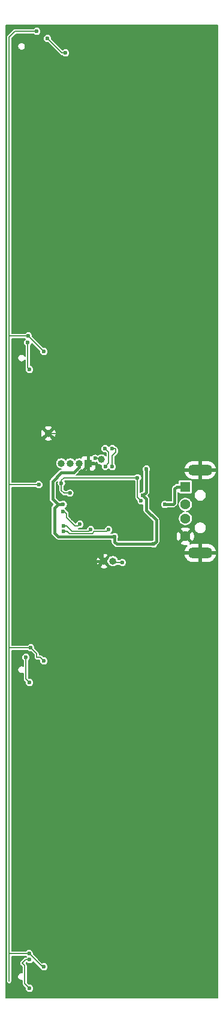
<source format=gtl>
G04 #@! TF.GenerationSoftware,KiCad,Pcbnew,5.1.5+dfsg1-2build2*
G04 #@! TF.CreationDate,2022-02-10T21:46:42-05:00*
G04 #@! TF.ProjectId,mico,6d69636f-2e6b-4696-9361-645f70636258,0.1*
G04 #@! TF.SameCoordinates,Original*
G04 #@! TF.FileFunction,Copper,L1,Top*
G04 #@! TF.FilePolarity,Positive*
%FSLAX46Y46*%
G04 Gerber Fmt 4.6, Leading zero omitted, Abs format (unit mm)*
G04 Created by KiCad (PCBNEW 5.1.5+dfsg1-2build2) date 2022-02-10 21:46:42*
%MOMM*%
%LPD*%
G04 APERTURE LIST*
%ADD10C,1.428000*%
%ADD11R,1.428000X1.428000*%
%ADD12O,3.500000X1.508000*%
%ADD13O,1.000000X1.000000*%
%ADD14R,1.000000X1.000000*%
%ADD15C,1.000000*%
%ADD16C,0.600000*%
%ADD17C,0.400000*%
%ADD18C,0.160000*%
%ADD19C,0.200000*%
G04 APERTURE END LIST*
D10*
X141900000Y-115500000D03*
X141900000Y-113000000D03*
X141900000Y-111000000D03*
D11*
X141900000Y-108500000D03*
D12*
X144000000Y-106150000D03*
X144000000Y-117850000D03*
D13*
X124390000Y-105200000D03*
X125660000Y-105200000D03*
X126930000Y-105200000D03*
D14*
X128200000Y-105200000D03*
D15*
X130048000Y-104648000D03*
D13*
X131670000Y-119000000D03*
D15*
X130400000Y-119000000D03*
X122555000Y-100965000D03*
D16*
X139000000Y-111000000D03*
X131400000Y-111000000D03*
X131400000Y-109000000D03*
X129400000Y-109000000D03*
X130400000Y-110000000D03*
X130150000Y-117500000D03*
X123400000Y-106000000D03*
X134900000Y-105250000D03*
X127102507Y-106495032D03*
X136650000Y-113250000D03*
X138025000Y-110125000D03*
X129400000Y-111000000D03*
X137000000Y-104600000D03*
X134200000Y-117400000D03*
X139800000Y-107000000D03*
X125650000Y-128858000D03*
X125650000Y-133430000D03*
X125650000Y-172038000D03*
X125650000Y-176610000D03*
X124968000Y-89916000D03*
X124968000Y-84836000D03*
X127508000Y-45212000D03*
X118872000Y-48260000D03*
X125650000Y-119000000D03*
X123920000Y-109480000D03*
X135900000Y-109750000D03*
X124650000Y-111000000D03*
X131907866Y-115539330D03*
X137400000Y-116600000D03*
X136400000Y-106000000D03*
X121200000Y-108200000D03*
X120057010Y-131233010D03*
X121920000Y-133096000D03*
X119831332Y-174413010D03*
X121920000Y-176276000D03*
X119718990Y-87206990D03*
X120904000Y-44196000D03*
X124968000Y-47244000D03*
X122428000Y-45212000D03*
X121920000Y-89408000D03*
X124400000Y-108000000D03*
X125600000Y-109400000D03*
X135650000Y-110500000D03*
X135150000Y-107250000D03*
X124390000Y-105200000D03*
X125660000Y-105200000D03*
X133000000Y-119200000D03*
X129150000Y-104500000D03*
X124600000Y-112000000D03*
X127000000Y-113792000D03*
X127000000Y-113792000D03*
X124714000Y-114808000D03*
X131064000Y-114554000D03*
X131572000Y-105664000D03*
X131572000Y-103124000D03*
X130556000Y-103124000D03*
X130600000Y-105620000D03*
X124714000Y-114046000D03*
X128524000Y-114554000D03*
X119888000Y-175260000D03*
X119888000Y-179324000D03*
X119380000Y-132588000D03*
X119888000Y-136144000D03*
X119634000Y-88138000D03*
X119888000Y-91948000D03*
D17*
X139000000Y-111000000D02*
X140200000Y-111000000D01*
X140200000Y-111000000D02*
X140400000Y-110800000D01*
X140400000Y-110800000D02*
X140400000Y-108800000D01*
X140700000Y-108500000D02*
X141900000Y-108500000D01*
X140400000Y-108800000D02*
X140700000Y-108500000D01*
X130250000Y-117400000D02*
X130150000Y-117500000D01*
X130150000Y-118750000D02*
X130400000Y-119000000D01*
X130150000Y-117500000D02*
X130150000Y-118750000D01*
X130400000Y-119000000D02*
X125650000Y-119000000D01*
X134900000Y-105250000D02*
X134900000Y-105000000D01*
X134900000Y-105000000D02*
X135150000Y-104750000D01*
X128200000Y-105200000D02*
X128200000Y-105450000D01*
X127154968Y-106495032D02*
X127102507Y-106495032D01*
X128200000Y-105450000D02*
X127154968Y-106495032D01*
X128200000Y-105200000D02*
X128200000Y-105550000D01*
X136400000Y-113500000D02*
X136650000Y-113250000D01*
X130900000Y-113500000D02*
X136400000Y-113500000D01*
X130650000Y-113500000D02*
X130900000Y-113500000D01*
X135300000Y-104600000D02*
X135150000Y-104750000D01*
X137000000Y-104600000D02*
X135300000Y-104600000D01*
X134200000Y-117400000D02*
X130250000Y-117400000D01*
X138025000Y-110125000D02*
X139675000Y-110125000D01*
X139675000Y-110125000D02*
X139800000Y-110000000D01*
X139800000Y-107800000D02*
X139800000Y-107000000D01*
X139800000Y-110000000D02*
X139800000Y-107800000D01*
X137000000Y-104600000D02*
X139200000Y-104600000D01*
X139800000Y-105200000D02*
X139800000Y-107000000D01*
X139200000Y-104600000D02*
X139800000Y-105200000D01*
X125650000Y-119000000D02*
X125650000Y-128858000D01*
X125650000Y-128858000D02*
X125650000Y-133430000D01*
X125650000Y-133430000D02*
X125650000Y-172038000D01*
X125650000Y-172038000D02*
X125650000Y-176610000D01*
X125650000Y-176610000D02*
X125650000Y-178642000D01*
X124968000Y-85344000D02*
X124968000Y-84836000D01*
X124968000Y-89916000D02*
X124968000Y-85344000D01*
X124968000Y-88392000D02*
X124968000Y-48260000D01*
X124968000Y-48260000D02*
X126492000Y-48260000D01*
X126492000Y-48260000D02*
X127508000Y-47244000D01*
X127508000Y-47244000D02*
X127508000Y-45212000D01*
X127508000Y-45212000D02*
X127508000Y-44704000D01*
D18*
X124968000Y-48260000D02*
X119888000Y-48260000D01*
X119888000Y-48260000D02*
X118872000Y-48260000D01*
X118872000Y-48260000D02*
X118872000Y-48260000D01*
D17*
X123400000Y-104692000D02*
X123400000Y-106000000D01*
X124968000Y-103124000D02*
X123400000Y-104692000D01*
X124968000Y-101308000D02*
X124968000Y-103124000D01*
X123920000Y-109480000D02*
X123920000Y-109820000D01*
X123920000Y-109820000D02*
X124300000Y-110200000D01*
X124300000Y-110200000D02*
X125100000Y-110200000D01*
X125100000Y-110200000D02*
X125900000Y-111000000D01*
X125900000Y-111000000D02*
X125900000Y-113000000D01*
X128240000Y-113000000D02*
X125900000Y-113000000D01*
X128740000Y-113500000D02*
X128240000Y-113000000D01*
X130650000Y-113500000D02*
X128740000Y-113500000D01*
X124968000Y-101308000D02*
X124968000Y-89916000D01*
D18*
X124625000Y-100965000D02*
X124968000Y-101308000D01*
X122555000Y-100965000D02*
X124625000Y-100965000D01*
D17*
X124650000Y-111000000D02*
X123900000Y-111000000D01*
X126930000Y-105720000D02*
X126150000Y-106500000D01*
X126150000Y-106500000D02*
X124400000Y-106500000D01*
X124400000Y-106500000D02*
X123150000Y-107750000D01*
X123150000Y-110250000D02*
X123900000Y-111000000D01*
X123150000Y-107750000D02*
X123150000Y-110250000D01*
X126930000Y-105200000D02*
X126930000Y-105720000D01*
X123900000Y-111000000D02*
X123400000Y-111500000D01*
X135600000Y-116600000D02*
X132200000Y-116600000D01*
X131907866Y-116307866D02*
X131907866Y-115539330D01*
X132200000Y-116600000D02*
X131907866Y-116307866D01*
X123939330Y-115539330D02*
X123400000Y-115000000D01*
X131907866Y-115539330D02*
X123939330Y-115539330D01*
X123400000Y-111500000D02*
X123400000Y-115000000D01*
X135600000Y-116600000D02*
X137400000Y-116600000D01*
X136400000Y-109250000D02*
X135900000Y-109750000D01*
X136400000Y-106000000D02*
X136400000Y-109250000D01*
X137800000Y-113200000D02*
X137800000Y-116200000D01*
X136400000Y-111800000D02*
X137800000Y-113200000D01*
X136400000Y-110250000D02*
X136400000Y-111800000D01*
X137800000Y-116200000D02*
X137400000Y-116600000D01*
X135900000Y-109750000D02*
X136400000Y-110250000D01*
D18*
X121200000Y-108200000D02*
X117013010Y-108200000D01*
X117013010Y-108200000D02*
X117009010Y-108204000D01*
X117009010Y-131233010D02*
X120057010Y-131233010D01*
X117009010Y-108204000D02*
X117009010Y-131233010D01*
X120057010Y-131233010D02*
X120057010Y-131233010D01*
X120904000Y-132080000D02*
X120904000Y-132588000D01*
X120057010Y-131233010D02*
X120904000Y-132080000D01*
X120904000Y-132588000D02*
X121412000Y-132588000D01*
X121412000Y-132588000D02*
X121920000Y-133096000D01*
X121920000Y-133096000D02*
X121920000Y-133096000D01*
X119831332Y-174413010D02*
X119831332Y-174413010D01*
X117009010Y-174413010D02*
X119831332Y-174413010D01*
X117009010Y-131233010D02*
X117009010Y-174413010D01*
X117009010Y-174413010D02*
X117009010Y-178308000D01*
X121694322Y-176276000D02*
X121920000Y-176276000D01*
X119831332Y-174413010D02*
X121694322Y-176276000D01*
X121920000Y-176276000D02*
X121920000Y-176276000D01*
X117013010Y-107869010D02*
X117009010Y-107865010D01*
X117013010Y-108200000D02*
X117013010Y-107869010D01*
X117009010Y-87206990D02*
X119718990Y-87206990D01*
X117009010Y-107865010D02*
X117009010Y-87206990D01*
X117009010Y-87206990D02*
X117009010Y-45212000D01*
X119718990Y-87206990D02*
X121920000Y-89408000D01*
X121920000Y-89408000D02*
X121920000Y-89408000D01*
X119718990Y-87206990D02*
X119718990Y-87206990D01*
X117009010Y-45212000D02*
X117009010Y-45042990D01*
X117009010Y-45042990D02*
X117856000Y-44196000D01*
X117856000Y-44196000D02*
X120904000Y-44196000D01*
X120904000Y-44196000D02*
X120904000Y-44196000D01*
X124968000Y-47244000D02*
X124460000Y-47244000D01*
X124460000Y-47244000D02*
X122428000Y-45212000D01*
X122428000Y-45212000D02*
X122428000Y-45212000D01*
D19*
X124400000Y-109000000D02*
X124800000Y-109400000D01*
X124800000Y-109400000D02*
X125600000Y-109400000D01*
X124400000Y-108000000D02*
X124400000Y-109000000D01*
X135650000Y-110500000D02*
X135150000Y-110000000D01*
X135150000Y-110000000D02*
X135150000Y-107250000D01*
X124400000Y-108000000D02*
X124400000Y-107600000D01*
X124750000Y-107250000D02*
X124400000Y-107600000D01*
X135150000Y-107250000D02*
X124750000Y-107250000D01*
X131870000Y-119200000D02*
X131670000Y-119000000D01*
X133000000Y-119200000D02*
X131870000Y-119200000D01*
D18*
X129900000Y-104500000D02*
X130048000Y-104648000D01*
X129150000Y-104500000D02*
X129900000Y-104500000D01*
X124800000Y-112000000D02*
X124600000Y-112000000D01*
X125100000Y-112300000D02*
X124800000Y-112000000D01*
X125100000Y-112813782D02*
X126332218Y-114046000D01*
X125100000Y-112300000D02*
X125100000Y-112813782D01*
X126575736Y-114046000D02*
X126332218Y-114046000D01*
X126575736Y-114046000D02*
X126746000Y-114046000D01*
X126746000Y-114046000D02*
X127000000Y-113792000D01*
X127000000Y-113792000D02*
X127000000Y-113792000D01*
X127000000Y-113792000D02*
X127000000Y-113792000D01*
X125138264Y-114808000D02*
X125164265Y-114834001D01*
X124714000Y-114808000D02*
X125138264Y-114808000D01*
X125138264Y-114808000D02*
X125222000Y-114808000D01*
X125222000Y-114808000D02*
X125519320Y-115105320D01*
X125519320Y-115105320D02*
X128734680Y-115105320D01*
X128734680Y-115105320D02*
X129032000Y-114808000D01*
X129032000Y-114808000D02*
X129032000Y-114808000D01*
X129032000Y-114808000D02*
X130810000Y-114808000D01*
X130810000Y-114808000D02*
X131064000Y-114554000D01*
X131064000Y-114554000D02*
X131064000Y-114300000D01*
X131064000Y-114554000D02*
X131064000Y-114554000D01*
X131572000Y-104140000D02*
X132080000Y-103632000D01*
X131572000Y-105664000D02*
X131572000Y-104140000D01*
X132080000Y-103207736D02*
X132080000Y-103632000D01*
X131996264Y-103124000D02*
X132080000Y-103207736D01*
X131572000Y-103124000D02*
X131996264Y-103124000D01*
X131064000Y-105156000D02*
X130600000Y-105620000D01*
X131064000Y-103632000D02*
X131064000Y-105156000D01*
X131064000Y-103632000D02*
X130556000Y-103124000D01*
X125138264Y-114046000D02*
X125883574Y-114791310D01*
X124714000Y-114046000D02*
X125138264Y-114046000D01*
X125883574Y-114791310D02*
X126954988Y-114791310D01*
X126954988Y-114791310D02*
X128016000Y-114791310D01*
X128016000Y-114791310D02*
X128286690Y-114791310D01*
X128286690Y-114791310D02*
X128524000Y-114554000D01*
X128524000Y-114554000D02*
X128524000Y-114554000D01*
X119888000Y-175260000D02*
X119380000Y-175260000D01*
X119380000Y-175260000D02*
X118872000Y-175768000D01*
X119221501Y-176117501D02*
X119221501Y-178149501D01*
X118872000Y-175768000D02*
X119221501Y-176117501D01*
X119221501Y-178149501D02*
X119221501Y-178657501D01*
X119221501Y-178657501D02*
X119888000Y-179324000D01*
X119888000Y-179324000D02*
X119888000Y-179324000D01*
X119380000Y-132588000D02*
X119380000Y-135636000D01*
X119380000Y-135636000D02*
X119888000Y-136144000D01*
X119888000Y-136144000D02*
X119888000Y-136144000D01*
X119634000Y-88138000D02*
X119634000Y-91694000D01*
X119634000Y-91694000D02*
X119888000Y-91948000D01*
X119888000Y-91948000D02*
X119888000Y-91948000D01*
D19*
G36*
X146425000Y-180675000D02*
G01*
X116575000Y-180675000D01*
X116575000Y-87206990D01*
X116627172Y-87206990D01*
X116629011Y-87225661D01*
X116629010Y-107846357D01*
X116627173Y-107865010D01*
X116629010Y-107883663D01*
X116629010Y-107883670D01*
X116633010Y-107924282D01*
X116633010Y-108144728D01*
X116629010Y-108185340D01*
X116629010Y-108185347D01*
X116627173Y-108204000D01*
X116629010Y-108222653D01*
X116629011Y-131214339D01*
X116627172Y-131233010D01*
X116629010Y-131251671D01*
X116629011Y-174394339D01*
X116627172Y-174413010D01*
X116629010Y-174431671D01*
X116629011Y-178326661D01*
X116634510Y-178382493D01*
X116656239Y-178454123D01*
X116691524Y-178520138D01*
X116739011Y-178578000D01*
X116796873Y-178625487D01*
X116862888Y-178660772D01*
X116934518Y-178682501D01*
X117009010Y-178689838D01*
X117083503Y-178682501D01*
X117155133Y-178660772D01*
X117221148Y-178625487D01*
X117279010Y-178578000D01*
X117326497Y-178520138D01*
X117361782Y-178454123D01*
X117383511Y-178382493D01*
X117389010Y-178326661D01*
X117389010Y-174793010D01*
X119363626Y-174793010D01*
X119365282Y-174795488D01*
X119434633Y-174864839D01*
X119421950Y-174877522D01*
X119420294Y-174880000D01*
X119398653Y-174880000D01*
X119379999Y-174878163D01*
X119361345Y-174880000D01*
X119361339Y-174880000D01*
X119313169Y-174884744D01*
X119305506Y-174885499D01*
X119283777Y-174892091D01*
X119233877Y-174907228D01*
X119167862Y-174942513D01*
X119110000Y-174990000D01*
X119098104Y-175004495D01*
X118616498Y-175486102D01*
X118602000Y-175498000D01*
X118575739Y-175530000D01*
X118554514Y-175555863D01*
X118519228Y-175621878D01*
X118497499Y-175693508D01*
X118490163Y-175768000D01*
X118497499Y-175842492D01*
X118519228Y-175914122D01*
X118554514Y-175980137D01*
X118602000Y-176038000D01*
X118616497Y-176049897D01*
X118841501Y-176274902D01*
X118841501Y-177128662D01*
X118791670Y-177118750D01*
X118683330Y-177118750D01*
X118577071Y-177139886D01*
X118476977Y-177181347D01*
X118386896Y-177241537D01*
X118310287Y-177318146D01*
X118250097Y-177408227D01*
X118208636Y-177508321D01*
X118187500Y-177614580D01*
X118187500Y-177722920D01*
X118208636Y-177829179D01*
X118250097Y-177929273D01*
X118310287Y-178019354D01*
X118386896Y-178095963D01*
X118476977Y-178156153D01*
X118577071Y-178197614D01*
X118683330Y-178218750D01*
X118791670Y-178218750D01*
X118841501Y-178208838D01*
X118841502Y-178638838D01*
X118839664Y-178657501D01*
X118847000Y-178731993D01*
X118868729Y-178803623D01*
X118868730Y-178803624D01*
X118904015Y-178869639D01*
X118951502Y-178927501D01*
X118965997Y-178939397D01*
X119288581Y-179261982D01*
X119288000Y-179264905D01*
X119288000Y-179383095D01*
X119311058Y-179499014D01*
X119356287Y-179608207D01*
X119421950Y-179706478D01*
X119505522Y-179790050D01*
X119603793Y-179855713D01*
X119712986Y-179900942D01*
X119828905Y-179924000D01*
X119947095Y-179924000D01*
X120063014Y-179900942D01*
X120172207Y-179855713D01*
X120270478Y-179790050D01*
X120354050Y-179706478D01*
X120419713Y-179608207D01*
X120464942Y-179499014D01*
X120488000Y-179383095D01*
X120488000Y-179264905D01*
X120464942Y-179148986D01*
X120419713Y-179039793D01*
X120354050Y-178941522D01*
X120270478Y-178857950D01*
X120172207Y-178792287D01*
X120063014Y-178747058D01*
X119947095Y-178724000D01*
X119828905Y-178724000D01*
X119825982Y-178724581D01*
X119601501Y-178500101D01*
X119601501Y-176136154D01*
X119603338Y-176117500D01*
X119601501Y-176098846D01*
X119601501Y-176098840D01*
X119596002Y-176043008D01*
X119574273Y-175971378D01*
X119538988Y-175905363D01*
X119491501Y-175847501D01*
X119477007Y-175835606D01*
X119409401Y-175768000D01*
X119478436Y-175698964D01*
X119505522Y-175726050D01*
X119603793Y-175791713D01*
X119712986Y-175836942D01*
X119828905Y-175860000D01*
X119947095Y-175860000D01*
X120063014Y-175836942D01*
X120172207Y-175791713D01*
X120270478Y-175726050D01*
X120354050Y-175642478D01*
X120419713Y-175544207D01*
X120421299Y-175540378D01*
X121350924Y-176470004D01*
X121388287Y-176560207D01*
X121453950Y-176658478D01*
X121537522Y-176742050D01*
X121635793Y-176807713D01*
X121744986Y-176852942D01*
X121860905Y-176876000D01*
X121979095Y-176876000D01*
X122095014Y-176852942D01*
X122204207Y-176807713D01*
X122302478Y-176742050D01*
X122386050Y-176658478D01*
X122451713Y-176560207D01*
X122496942Y-176451014D01*
X122520000Y-176335095D01*
X122520000Y-176216905D01*
X122496942Y-176100986D01*
X122451713Y-175991793D01*
X122386050Y-175893522D01*
X122302478Y-175809950D01*
X122204207Y-175744287D01*
X122095014Y-175699058D01*
X121979095Y-175676000D01*
X121860905Y-175676000D01*
X121744986Y-175699058D01*
X121681202Y-175725478D01*
X120430751Y-174475028D01*
X120431332Y-174472105D01*
X120431332Y-174353915D01*
X120408274Y-174237996D01*
X120363045Y-174128803D01*
X120297382Y-174030532D01*
X120213810Y-173946960D01*
X120115539Y-173881297D01*
X120006346Y-173836068D01*
X119890427Y-173813010D01*
X119772237Y-173813010D01*
X119656318Y-173836068D01*
X119547125Y-173881297D01*
X119448854Y-173946960D01*
X119365282Y-174030532D01*
X119363626Y-174033010D01*
X117389010Y-174033010D01*
X117389010Y-134270830D01*
X118200000Y-134270830D01*
X118200000Y-134379170D01*
X118221136Y-134485429D01*
X118262597Y-134585523D01*
X118322787Y-134675604D01*
X118399396Y-134752213D01*
X118489477Y-134812403D01*
X118589571Y-134853864D01*
X118695830Y-134875000D01*
X118804170Y-134875000D01*
X118910429Y-134853864D01*
X119000001Y-134816762D01*
X119000001Y-135617337D01*
X118998163Y-135636000D01*
X119005499Y-135710492D01*
X119027228Y-135782122D01*
X119043654Y-135812852D01*
X119062514Y-135848138D01*
X119110001Y-135906000D01*
X119124496Y-135917896D01*
X119288581Y-136081982D01*
X119288000Y-136084905D01*
X119288000Y-136203095D01*
X119311058Y-136319014D01*
X119356287Y-136428207D01*
X119421950Y-136526478D01*
X119505522Y-136610050D01*
X119603793Y-136675713D01*
X119712986Y-136720942D01*
X119828905Y-136744000D01*
X119947095Y-136744000D01*
X120063014Y-136720942D01*
X120172207Y-136675713D01*
X120270478Y-136610050D01*
X120354050Y-136526478D01*
X120419713Y-136428207D01*
X120464942Y-136319014D01*
X120488000Y-136203095D01*
X120488000Y-136084905D01*
X120464942Y-135968986D01*
X120419713Y-135859793D01*
X120354050Y-135761522D01*
X120270478Y-135677950D01*
X120172207Y-135612287D01*
X120063014Y-135567058D01*
X119947095Y-135544000D01*
X119828905Y-135544000D01*
X119825982Y-135544581D01*
X119760000Y-135478600D01*
X119760000Y-133055706D01*
X119762478Y-133054050D01*
X119846050Y-132970478D01*
X119911713Y-132872207D01*
X119956942Y-132763014D01*
X119980000Y-132647095D01*
X119980000Y-132528905D01*
X119956942Y-132412986D01*
X119911713Y-132303793D01*
X119846050Y-132205522D01*
X119762478Y-132121950D01*
X119664207Y-132056287D01*
X119555014Y-132011058D01*
X119439095Y-131988000D01*
X119320905Y-131988000D01*
X119204986Y-132011058D01*
X119095793Y-132056287D01*
X118997522Y-132121950D01*
X118913950Y-132205522D01*
X118848287Y-132303793D01*
X118803058Y-132412986D01*
X118780000Y-132528905D01*
X118780000Y-132647095D01*
X118803058Y-132763014D01*
X118848287Y-132872207D01*
X118913950Y-132970478D01*
X118997522Y-133054050D01*
X119000000Y-133055706D01*
X119000000Y-133833238D01*
X118910429Y-133796136D01*
X118804170Y-133775000D01*
X118695830Y-133775000D01*
X118589571Y-133796136D01*
X118489477Y-133837597D01*
X118399396Y-133897787D01*
X118322787Y-133974396D01*
X118262597Y-134064477D01*
X118221136Y-134164571D01*
X118200000Y-134270830D01*
X117389010Y-134270830D01*
X117389010Y-131613010D01*
X119589304Y-131613010D01*
X119590960Y-131615488D01*
X119674532Y-131699060D01*
X119772803Y-131764723D01*
X119881996Y-131809952D01*
X119997915Y-131833010D01*
X120116105Y-131833010D01*
X120119028Y-131832429D01*
X120524000Y-132237402D01*
X120524001Y-132569329D01*
X120522162Y-132588000D01*
X120529499Y-132662493D01*
X120551228Y-132734123D01*
X120586513Y-132800138D01*
X120634000Y-132858000D01*
X120691862Y-132905487D01*
X120757877Y-132940772D01*
X120829507Y-132962501D01*
X120885339Y-132968000D01*
X120904000Y-132969838D01*
X120922661Y-132968000D01*
X121254600Y-132968000D01*
X121320581Y-133033982D01*
X121320000Y-133036905D01*
X121320000Y-133155095D01*
X121343058Y-133271014D01*
X121388287Y-133380207D01*
X121453950Y-133478478D01*
X121537522Y-133562050D01*
X121635793Y-133627713D01*
X121744986Y-133672942D01*
X121860905Y-133696000D01*
X121979095Y-133696000D01*
X122095014Y-133672942D01*
X122204207Y-133627713D01*
X122302478Y-133562050D01*
X122386050Y-133478478D01*
X122451713Y-133380207D01*
X122496942Y-133271014D01*
X122520000Y-133155095D01*
X122520000Y-133036905D01*
X122496942Y-132920986D01*
X122451713Y-132811793D01*
X122386050Y-132713522D01*
X122302478Y-132629950D01*
X122204207Y-132564287D01*
X122095014Y-132519058D01*
X121979095Y-132496000D01*
X121860905Y-132496000D01*
X121857982Y-132496581D01*
X121693900Y-132332500D01*
X121682000Y-132318000D01*
X121624138Y-132270513D01*
X121558123Y-132235228D01*
X121486493Y-132213499D01*
X121430661Y-132208000D01*
X121430653Y-132208000D01*
X121412000Y-132206163D01*
X121393347Y-132208000D01*
X121284000Y-132208000D01*
X121284000Y-132098654D01*
X121285837Y-132080000D01*
X121284000Y-132061346D01*
X121284000Y-132061339D01*
X121278501Y-132005507D01*
X121256772Y-131933877D01*
X121221487Y-131867862D01*
X121202354Y-131844549D01*
X121185896Y-131824494D01*
X121185891Y-131824489D01*
X121174000Y-131810000D01*
X121159512Y-131798110D01*
X120656429Y-131295028D01*
X120657010Y-131292105D01*
X120657010Y-131173915D01*
X120633952Y-131057996D01*
X120588723Y-130948803D01*
X120523060Y-130850532D01*
X120439488Y-130766960D01*
X120341217Y-130701297D01*
X120232024Y-130656068D01*
X120116105Y-130633010D01*
X119997915Y-130633010D01*
X119881996Y-130656068D01*
X119772803Y-130701297D01*
X119674532Y-130766960D01*
X119590960Y-130850532D01*
X119589304Y-130853010D01*
X117389010Y-130853010D01*
X117389010Y-119779901D01*
X129837888Y-119779901D01*
X129876462Y-119982589D01*
X130078215Y-120065847D01*
X130292335Y-120108144D01*
X130510592Y-120107855D01*
X130724598Y-120064993D01*
X130923538Y-119982589D01*
X130962112Y-119779901D01*
X130400000Y-119217789D01*
X129837888Y-119779901D01*
X117389010Y-119779901D01*
X117389010Y-118892335D01*
X129291856Y-118892335D01*
X129292145Y-119110592D01*
X129335007Y-119324598D01*
X129417411Y-119523538D01*
X129620099Y-119562112D01*
X130182211Y-119000000D01*
X130617789Y-119000000D01*
X130935818Y-119318029D01*
X130961049Y-119378942D01*
X131048599Y-119509970D01*
X131160030Y-119621401D01*
X131291058Y-119708951D01*
X131436649Y-119769257D01*
X131591207Y-119800000D01*
X131748793Y-119800000D01*
X131903351Y-119769257D01*
X132048942Y-119708951D01*
X132179970Y-119621401D01*
X132201371Y-119600000D01*
X132551472Y-119600000D01*
X132617522Y-119666050D01*
X132715793Y-119731713D01*
X132824986Y-119776942D01*
X132940905Y-119800000D01*
X133059095Y-119800000D01*
X133175014Y-119776942D01*
X133284207Y-119731713D01*
X133382478Y-119666050D01*
X133466050Y-119582478D01*
X133531713Y-119484207D01*
X133576942Y-119375014D01*
X133600000Y-119259095D01*
X133600000Y-119140905D01*
X133576942Y-119024986D01*
X133531713Y-118915793D01*
X133466050Y-118817522D01*
X133382478Y-118733950D01*
X133284207Y-118668287D01*
X133175014Y-118623058D01*
X133059095Y-118600000D01*
X132940905Y-118600000D01*
X132824986Y-118623058D01*
X132715793Y-118668287D01*
X132617522Y-118733950D01*
X132551472Y-118800000D01*
X132445891Y-118800000D01*
X132439257Y-118766649D01*
X132378951Y-118621058D01*
X132291401Y-118490030D01*
X132179970Y-118378599D01*
X132048942Y-118291049D01*
X131903351Y-118230743D01*
X131818177Y-118213801D01*
X141691486Y-118213801D01*
X141785980Y-118478640D01*
X141932026Y-118704185D01*
X142119267Y-118896904D01*
X142340508Y-119049391D01*
X142587246Y-119155786D01*
X142850000Y-119212000D01*
X143846000Y-119212000D01*
X143846000Y-118004000D01*
X144154000Y-118004000D01*
X144154000Y-119212000D01*
X145150000Y-119212000D01*
X145412754Y-119155786D01*
X145659492Y-119049391D01*
X145880733Y-118896904D01*
X146067974Y-118704185D01*
X146214020Y-118478640D01*
X146308514Y-118213801D01*
X146196160Y-118004000D01*
X144154000Y-118004000D01*
X143846000Y-118004000D01*
X141803840Y-118004000D01*
X141691486Y-118213801D01*
X131818177Y-118213801D01*
X131748793Y-118200000D01*
X131591207Y-118200000D01*
X131436649Y-118230743D01*
X131291058Y-118291049D01*
X131160030Y-118378599D01*
X131048599Y-118490030D01*
X130961049Y-118621058D01*
X130935818Y-118681971D01*
X130617789Y-119000000D01*
X130182211Y-119000000D01*
X129620099Y-118437888D01*
X129417411Y-118476462D01*
X129334153Y-118678215D01*
X129291856Y-118892335D01*
X117389010Y-118892335D01*
X117389010Y-118220099D01*
X129837888Y-118220099D01*
X130400000Y-118782211D01*
X130962112Y-118220099D01*
X130923538Y-118017411D01*
X130721785Y-117934153D01*
X130507665Y-117891856D01*
X130289408Y-117892145D01*
X130075402Y-117935007D01*
X129876462Y-118017411D01*
X129837888Y-118220099D01*
X117389010Y-118220099D01*
X117389010Y-108580000D01*
X120732294Y-108580000D01*
X120733950Y-108582478D01*
X120817522Y-108666050D01*
X120915793Y-108731713D01*
X121024986Y-108776942D01*
X121140905Y-108800000D01*
X121259095Y-108800000D01*
X121375014Y-108776942D01*
X121484207Y-108731713D01*
X121582478Y-108666050D01*
X121666050Y-108582478D01*
X121731713Y-108484207D01*
X121776942Y-108375014D01*
X121800000Y-108259095D01*
X121800000Y-108140905D01*
X121776942Y-108024986D01*
X121731713Y-107915793D01*
X121666050Y-107817522D01*
X121598528Y-107750000D01*
X122647581Y-107750000D01*
X122650000Y-107774560D01*
X122650001Y-110225430D01*
X122647581Y-110250000D01*
X122657235Y-110348017D01*
X122679999Y-110423058D01*
X122685826Y-110442267D01*
X122732255Y-110529129D01*
X122794737Y-110605264D01*
X122813819Y-110620924D01*
X123192894Y-111000000D01*
X123063823Y-111129071D01*
X123044736Y-111144736D01*
X122982254Y-111220871D01*
X122935825Y-111307734D01*
X122921407Y-111355264D01*
X122907235Y-111401983D01*
X122897581Y-111500000D01*
X122900000Y-111524560D01*
X122900001Y-114975430D01*
X122897581Y-115000000D01*
X122907235Y-115098017D01*
X122933338Y-115184066D01*
X122935826Y-115192267D01*
X122982255Y-115279129D01*
X123044737Y-115355264D01*
X123063819Y-115370924D01*
X123568409Y-115875516D01*
X123584066Y-115894594D01*
X123660201Y-115957076D01*
X123747063Y-116003505D01*
X123841313Y-116032095D01*
X123939330Y-116041749D01*
X123963890Y-116039330D01*
X131407866Y-116039330D01*
X131407866Y-116283305D01*
X131405447Y-116307866D01*
X131407866Y-116332425D01*
X131415101Y-116405882D01*
X131443691Y-116500132D01*
X131490120Y-116586995D01*
X131552602Y-116663130D01*
X131571690Y-116678795D01*
X131829075Y-116936181D01*
X131844736Y-116955264D01*
X131920871Y-117017746D01*
X132007733Y-117064175D01*
X132101983Y-117092765D01*
X132200000Y-117102419D01*
X132224560Y-117100000D01*
X137068331Y-117100000D01*
X137115793Y-117131713D01*
X137224986Y-117176942D01*
X137340905Y-117200000D01*
X137459095Y-117200000D01*
X137575014Y-117176942D01*
X137684207Y-117131713D01*
X137782478Y-117066050D01*
X137866050Y-116982478D01*
X137931713Y-116884207D01*
X137976942Y-116775014D01*
X137988079Y-116719028D01*
X138136186Y-116570921D01*
X138155264Y-116555264D01*
X138217746Y-116479129D01*
X138242095Y-116433575D01*
X141184214Y-116433575D01*
X141249041Y-116657969D01*
X141487457Y-116762715D01*
X141741727Y-116818935D01*
X142002080Y-116824470D01*
X142118513Y-116803872D01*
X141932026Y-116995815D01*
X141785980Y-117221360D01*
X141691486Y-117486199D01*
X141803840Y-117696000D01*
X143846000Y-117696000D01*
X143846000Y-116488000D01*
X144154000Y-116488000D01*
X144154000Y-117696000D01*
X146196160Y-117696000D01*
X146308514Y-117486199D01*
X146214020Y-117221360D01*
X146067974Y-116995815D01*
X145880733Y-116803096D01*
X145659492Y-116650609D01*
X145412754Y-116544214D01*
X145150000Y-116488000D01*
X144154000Y-116488000D01*
X143846000Y-116488000D01*
X142850000Y-116488000D01*
X142587246Y-116544214D01*
X142583335Y-116545900D01*
X142615786Y-116433575D01*
X141900000Y-115717789D01*
X141184214Y-116433575D01*
X138242095Y-116433575D01*
X138264175Y-116392267D01*
X138292765Y-116298017D01*
X138300000Y-116224560D01*
X138300000Y-116224551D01*
X138302418Y-116200001D01*
X138300000Y-116175451D01*
X138300000Y-115602080D01*
X140575530Y-115602080D01*
X140620895Y-115858510D01*
X140715414Y-116101163D01*
X140742031Y-116150959D01*
X140966425Y-116215786D01*
X141682211Y-115500000D01*
X142117789Y-115500000D01*
X142833575Y-116215786D01*
X143057969Y-116150959D01*
X143162715Y-115912543D01*
X143218935Y-115658273D01*
X143224470Y-115397920D01*
X143179105Y-115141490D01*
X143084586Y-114898837D01*
X143057969Y-114849041D01*
X142833575Y-114784214D01*
X142117789Y-115500000D01*
X141682211Y-115500000D01*
X140966425Y-114784214D01*
X140742031Y-114849041D01*
X140637285Y-115087457D01*
X140581065Y-115341727D01*
X140575530Y-115602080D01*
X138300000Y-115602080D01*
X138300000Y-114566425D01*
X141184214Y-114566425D01*
X141900000Y-115282211D01*
X142615786Y-114566425D01*
X142550959Y-114342031D01*
X142312543Y-114237285D01*
X142217552Y-114216282D01*
X143150000Y-114216282D01*
X143150000Y-114383718D01*
X143182665Y-114547936D01*
X143246740Y-114702626D01*
X143339762Y-114841844D01*
X143458156Y-114960238D01*
X143597374Y-115053260D01*
X143752064Y-115117335D01*
X143916282Y-115150000D01*
X144083718Y-115150000D01*
X144247936Y-115117335D01*
X144402626Y-115053260D01*
X144541844Y-114960238D01*
X144660238Y-114841844D01*
X144753260Y-114702626D01*
X144817335Y-114547936D01*
X144850000Y-114383718D01*
X144850000Y-114216282D01*
X144817335Y-114052064D01*
X144753260Y-113897374D01*
X144660238Y-113758156D01*
X144541844Y-113639762D01*
X144402626Y-113546740D01*
X144247936Y-113482665D01*
X144083718Y-113450000D01*
X143916282Y-113450000D01*
X143752064Y-113482665D01*
X143597374Y-113546740D01*
X143458156Y-113639762D01*
X143339762Y-113758156D01*
X143246740Y-113897374D01*
X143182665Y-114052064D01*
X143150000Y-114216282D01*
X142217552Y-114216282D01*
X142058273Y-114181065D01*
X141797920Y-114175530D01*
X141541490Y-114220895D01*
X141298837Y-114315414D01*
X141249041Y-114342031D01*
X141184214Y-114566425D01*
X138300000Y-114566425D01*
X138300000Y-113224560D01*
X138302419Y-113200000D01*
X138292765Y-113101982D01*
X138282847Y-113069287D01*
X138264175Y-113007733D01*
X138217746Y-112920871D01*
X138155264Y-112844736D01*
X138136181Y-112829075D01*
X136900000Y-111592895D01*
X136900000Y-110940905D01*
X138400000Y-110940905D01*
X138400000Y-111059095D01*
X138423058Y-111175014D01*
X138468287Y-111284207D01*
X138533950Y-111382478D01*
X138617522Y-111466050D01*
X138715793Y-111531713D01*
X138824986Y-111576942D01*
X138940905Y-111600000D01*
X139059095Y-111600000D01*
X139175014Y-111576942D01*
X139284207Y-111531713D01*
X139331669Y-111500000D01*
X140175440Y-111500000D01*
X140200000Y-111502419D01*
X140224560Y-111500000D01*
X140298017Y-111492765D01*
X140392267Y-111464175D01*
X140479129Y-111417746D01*
X140555264Y-111355264D01*
X140570928Y-111336177D01*
X140736181Y-111170925D01*
X140755264Y-111155264D01*
X140817746Y-111079129D01*
X140864175Y-110992267D01*
X140886000Y-110920319D01*
X140886000Y-111099870D01*
X140924968Y-111295773D01*
X141001405Y-111480309D01*
X141112375Y-111646387D01*
X141253613Y-111787625D01*
X141419691Y-111898595D01*
X141604227Y-111975032D01*
X141729748Y-112000000D01*
X141604227Y-112024968D01*
X141419691Y-112101405D01*
X141253613Y-112212375D01*
X141112375Y-112353613D01*
X141001405Y-112519691D01*
X140924968Y-112704227D01*
X140886000Y-112900130D01*
X140886000Y-113099870D01*
X140924968Y-113295773D01*
X141001405Y-113480309D01*
X141112375Y-113646387D01*
X141253613Y-113787625D01*
X141419691Y-113898595D01*
X141604227Y-113975032D01*
X141800130Y-114014000D01*
X141999870Y-114014000D01*
X142195773Y-113975032D01*
X142380309Y-113898595D01*
X142546387Y-113787625D01*
X142687625Y-113646387D01*
X142798595Y-113480309D01*
X142875032Y-113295773D01*
X142914000Y-113099870D01*
X142914000Y-112900130D01*
X142875032Y-112704227D01*
X142798595Y-112519691D01*
X142687625Y-112353613D01*
X142546387Y-112212375D01*
X142380309Y-112101405D01*
X142195773Y-112024968D01*
X142070252Y-112000000D01*
X142195773Y-111975032D01*
X142380309Y-111898595D01*
X142546387Y-111787625D01*
X142687625Y-111646387D01*
X142798595Y-111480309D01*
X142875032Y-111295773D01*
X142914000Y-111099870D01*
X142914000Y-110900130D01*
X142875032Y-110704227D01*
X142798595Y-110519691D01*
X142687625Y-110353613D01*
X142546387Y-110212375D01*
X142380309Y-110101405D01*
X142195773Y-110024968D01*
X141999870Y-109986000D01*
X141800130Y-109986000D01*
X141604227Y-110024968D01*
X141419691Y-110101405D01*
X141253613Y-110212375D01*
X141112375Y-110353613D01*
X141001405Y-110519691D01*
X140924968Y-110704227D01*
X140898988Y-110834836D01*
X140902419Y-110800000D01*
X140900000Y-110775440D01*
X140900000Y-109616282D01*
X143150000Y-109616282D01*
X143150000Y-109783718D01*
X143182665Y-109947936D01*
X143246740Y-110102626D01*
X143339762Y-110241844D01*
X143458156Y-110360238D01*
X143597374Y-110453260D01*
X143752064Y-110517335D01*
X143916282Y-110550000D01*
X144083718Y-110550000D01*
X144247936Y-110517335D01*
X144402626Y-110453260D01*
X144541844Y-110360238D01*
X144660238Y-110241844D01*
X144753260Y-110102626D01*
X144817335Y-109947936D01*
X144850000Y-109783718D01*
X144850000Y-109616282D01*
X144817335Y-109452064D01*
X144753260Y-109297374D01*
X144660238Y-109158156D01*
X144541844Y-109039762D01*
X144402626Y-108946740D01*
X144247936Y-108882665D01*
X144083718Y-108850000D01*
X143916282Y-108850000D01*
X143752064Y-108882665D01*
X143597374Y-108946740D01*
X143458156Y-109039762D01*
X143339762Y-109158156D01*
X143246740Y-109297374D01*
X143182665Y-109452064D01*
X143150000Y-109616282D01*
X140900000Y-109616282D01*
X140900000Y-109304650D01*
X140907496Y-109329360D01*
X140935353Y-109381477D01*
X140972842Y-109427158D01*
X141018523Y-109464647D01*
X141070640Y-109492504D01*
X141127190Y-109509659D01*
X141186000Y-109515451D01*
X142614000Y-109515451D01*
X142672810Y-109509659D01*
X142729360Y-109492504D01*
X142781477Y-109464647D01*
X142827158Y-109427158D01*
X142864647Y-109381477D01*
X142892504Y-109329360D01*
X142909659Y-109272810D01*
X142915451Y-109214000D01*
X142915451Y-107786000D01*
X142909659Y-107727190D01*
X142892504Y-107670640D01*
X142864647Y-107618523D01*
X142827158Y-107572842D01*
X142781477Y-107535353D01*
X142729360Y-107507496D01*
X142672810Y-107490341D01*
X142614000Y-107484549D01*
X141186000Y-107484549D01*
X141127190Y-107490341D01*
X141070640Y-107507496D01*
X141018523Y-107535353D01*
X140972842Y-107572842D01*
X140935353Y-107618523D01*
X140907496Y-107670640D01*
X140890341Y-107727190D01*
X140884549Y-107786000D01*
X140884549Y-108000000D01*
X140724557Y-108000000D01*
X140699999Y-107997581D01*
X140675441Y-108000000D01*
X140675440Y-108000000D01*
X140601983Y-108007235D01*
X140507733Y-108035825D01*
X140420871Y-108082254D01*
X140344736Y-108144736D01*
X140329071Y-108163824D01*
X140063820Y-108429075D01*
X140044737Y-108444736D01*
X139982255Y-108520871D01*
X139953589Y-108574501D01*
X139935826Y-108607733D01*
X139907235Y-108701983D01*
X139897581Y-108800000D01*
X139900001Y-108824570D01*
X139900000Y-110500000D01*
X139331669Y-110500000D01*
X139284207Y-110468287D01*
X139175014Y-110423058D01*
X139059095Y-110400000D01*
X138940905Y-110400000D01*
X138824986Y-110423058D01*
X138715793Y-110468287D01*
X138617522Y-110533950D01*
X138533950Y-110617522D01*
X138468287Y-110715793D01*
X138423058Y-110824986D01*
X138400000Y-110940905D01*
X136900000Y-110940905D01*
X136900000Y-110274560D01*
X136902419Y-110250000D01*
X136892765Y-110151983D01*
X136883342Y-110120919D01*
X136864175Y-110057733D01*
X136817746Y-109970871D01*
X136755264Y-109894736D01*
X136736186Y-109879079D01*
X136607106Y-109750000D01*
X136736186Y-109620921D01*
X136755264Y-109605264D01*
X136817746Y-109529129D01*
X136864175Y-109442267D01*
X136892765Y-109348017D01*
X136900000Y-109274560D01*
X136902419Y-109250000D01*
X136900000Y-109225440D01*
X136900000Y-106513801D01*
X141691486Y-106513801D01*
X141785980Y-106778640D01*
X141932026Y-107004185D01*
X142119267Y-107196904D01*
X142340508Y-107349391D01*
X142587246Y-107455786D01*
X142850000Y-107512000D01*
X143846000Y-107512000D01*
X143846000Y-106304000D01*
X144154000Y-106304000D01*
X144154000Y-107512000D01*
X145150000Y-107512000D01*
X145412754Y-107455786D01*
X145659492Y-107349391D01*
X145880733Y-107196904D01*
X146067974Y-107004185D01*
X146214020Y-106778640D01*
X146308514Y-106513801D01*
X146196160Y-106304000D01*
X144154000Y-106304000D01*
X143846000Y-106304000D01*
X141803840Y-106304000D01*
X141691486Y-106513801D01*
X136900000Y-106513801D01*
X136900000Y-106331669D01*
X136931713Y-106284207D01*
X136976942Y-106175014D01*
X137000000Y-106059095D01*
X137000000Y-105940905D01*
X136976942Y-105824986D01*
X136960876Y-105786199D01*
X141691486Y-105786199D01*
X141803840Y-105996000D01*
X143846000Y-105996000D01*
X143846000Y-104788000D01*
X144154000Y-104788000D01*
X144154000Y-105996000D01*
X146196160Y-105996000D01*
X146308514Y-105786199D01*
X146214020Y-105521360D01*
X146067974Y-105295815D01*
X145880733Y-105103096D01*
X145659492Y-104950609D01*
X145412754Y-104844214D01*
X145150000Y-104788000D01*
X144154000Y-104788000D01*
X143846000Y-104788000D01*
X142850000Y-104788000D01*
X142587246Y-104844214D01*
X142340508Y-104950609D01*
X142119267Y-105103096D01*
X141932026Y-105295815D01*
X141785980Y-105521360D01*
X141691486Y-105786199D01*
X136960876Y-105786199D01*
X136931713Y-105715793D01*
X136866050Y-105617522D01*
X136782478Y-105533950D01*
X136684207Y-105468287D01*
X136575014Y-105423058D01*
X136459095Y-105400000D01*
X136340905Y-105400000D01*
X136224986Y-105423058D01*
X136115793Y-105468287D01*
X136017522Y-105533950D01*
X135933950Y-105617522D01*
X135868287Y-105715793D01*
X135823058Y-105824986D01*
X135800000Y-105940905D01*
X135800000Y-106059095D01*
X135823058Y-106175014D01*
X135868287Y-106284207D01*
X135900000Y-106331669D01*
X135900001Y-109042893D01*
X135780973Y-109161921D01*
X135724986Y-109173058D01*
X135615793Y-109218287D01*
X135550000Y-109262249D01*
X135550000Y-107698528D01*
X135616050Y-107632478D01*
X135681713Y-107534207D01*
X135726942Y-107425014D01*
X135750000Y-107309095D01*
X135750000Y-107190905D01*
X135726942Y-107074986D01*
X135681713Y-106965793D01*
X135616050Y-106867522D01*
X135532478Y-106783950D01*
X135434207Y-106718287D01*
X135325014Y-106673058D01*
X135209095Y-106650000D01*
X135090905Y-106650000D01*
X134974986Y-106673058D01*
X134865793Y-106718287D01*
X134767522Y-106783950D01*
X134701472Y-106850000D01*
X126509584Y-106850000D01*
X126520929Y-106836176D01*
X127248665Y-106108442D01*
X127267999Y-106132001D01*
X127360579Y-106207980D01*
X127466203Y-106264437D01*
X127580811Y-106299203D01*
X127700000Y-106310942D01*
X127894000Y-106308000D01*
X128046000Y-106156000D01*
X128046000Y-105354000D01*
X128354000Y-105354000D01*
X128354000Y-106156000D01*
X128506000Y-106308000D01*
X128700000Y-106310942D01*
X128819189Y-106299203D01*
X128933797Y-106264437D01*
X129039421Y-106207980D01*
X129132001Y-106132001D01*
X129207980Y-106039421D01*
X129264437Y-105933797D01*
X129299203Y-105819189D01*
X129310942Y-105700000D01*
X129308000Y-105506000D01*
X129156000Y-105354000D01*
X128354000Y-105354000D01*
X128046000Y-105354000D01*
X128026000Y-105354000D01*
X128026000Y-105046000D01*
X128046000Y-105046000D01*
X128046000Y-104244000D01*
X128354000Y-104244000D01*
X128354000Y-105046000D01*
X128900285Y-105046000D01*
X128974986Y-105076942D01*
X129090905Y-105100000D01*
X129209095Y-105100000D01*
X129325014Y-105076942D01*
X129362173Y-105061550D01*
X129426599Y-105157970D01*
X129538030Y-105269401D01*
X129669058Y-105356951D01*
X129814649Y-105417257D01*
X129969207Y-105448000D01*
X130022458Y-105448000D01*
X130000000Y-105560905D01*
X130000000Y-105679095D01*
X130023058Y-105795014D01*
X130068287Y-105904207D01*
X130133950Y-106002478D01*
X130217522Y-106086050D01*
X130315793Y-106151713D01*
X130424986Y-106196942D01*
X130540905Y-106220000D01*
X130659095Y-106220000D01*
X130775014Y-106196942D01*
X130884207Y-106151713D01*
X130982478Y-106086050D01*
X131066050Y-106002478D01*
X131071300Y-105994621D01*
X131105950Y-106046478D01*
X131189522Y-106130050D01*
X131287793Y-106195713D01*
X131396986Y-106240942D01*
X131512905Y-106264000D01*
X131631095Y-106264000D01*
X131747014Y-106240942D01*
X131856207Y-106195713D01*
X131954478Y-106130050D01*
X132038050Y-106046478D01*
X132103713Y-105948207D01*
X132148942Y-105839014D01*
X132172000Y-105723095D01*
X132172000Y-105604905D01*
X132148942Y-105488986D01*
X132103713Y-105379793D01*
X132038050Y-105281522D01*
X131954478Y-105197950D01*
X131952000Y-105196294D01*
X131952000Y-104297400D01*
X132335506Y-103913895D01*
X132350000Y-103902000D01*
X132397487Y-103844138D01*
X132432772Y-103778123D01*
X132454501Y-103706493D01*
X132460000Y-103650661D01*
X132460000Y-103650655D01*
X132461837Y-103632001D01*
X132460000Y-103613347D01*
X132460000Y-103226390D01*
X132461837Y-103207736D01*
X132460000Y-103189082D01*
X132460000Y-103189075D01*
X132454501Y-103133243D01*
X132432772Y-103061613D01*
X132397487Y-102995598D01*
X132350000Y-102937736D01*
X132335501Y-102925837D01*
X132278164Y-102868500D01*
X132266264Y-102854000D01*
X132208402Y-102806513D01*
X132142387Y-102771228D01*
X132070757Y-102749499D01*
X132041451Y-102746613D01*
X132038050Y-102741522D01*
X131954478Y-102657950D01*
X131856207Y-102592287D01*
X131747014Y-102547058D01*
X131631095Y-102524000D01*
X131512905Y-102524000D01*
X131396986Y-102547058D01*
X131287793Y-102592287D01*
X131189522Y-102657950D01*
X131105950Y-102741522D01*
X131064000Y-102804304D01*
X131022050Y-102741522D01*
X130938478Y-102657950D01*
X130840207Y-102592287D01*
X130731014Y-102547058D01*
X130615095Y-102524000D01*
X130496905Y-102524000D01*
X130380986Y-102547058D01*
X130271793Y-102592287D01*
X130173522Y-102657950D01*
X130089950Y-102741522D01*
X130024287Y-102839793D01*
X129979058Y-102948986D01*
X129956000Y-103064905D01*
X129956000Y-103183095D01*
X129979058Y-103299014D01*
X130024287Y-103408207D01*
X130089950Y-103506478D01*
X130173522Y-103590050D01*
X130271793Y-103655713D01*
X130380986Y-103700942D01*
X130496905Y-103724000D01*
X130615095Y-103724000D01*
X130618018Y-103723419D01*
X130684000Y-103789401D01*
X130684000Y-104159879D01*
X130669401Y-104138030D01*
X130557970Y-104026599D01*
X130426942Y-103939049D01*
X130281351Y-103878743D01*
X130126793Y-103848000D01*
X129969207Y-103848000D01*
X129814649Y-103878743D01*
X129669058Y-103939049D01*
X129538030Y-104026599D01*
X129531400Y-104033229D01*
X129434207Y-103968287D01*
X129325014Y-103923058D01*
X129209095Y-103900000D01*
X129090905Y-103900000D01*
X128974986Y-103923058D01*
X128865793Y-103968287D01*
X128767522Y-104033950D01*
X128711301Y-104090171D01*
X128700000Y-104089058D01*
X128506000Y-104092000D01*
X128354000Y-104244000D01*
X128046000Y-104244000D01*
X127894000Y-104092000D01*
X127700000Y-104089058D01*
X127580811Y-104100797D01*
X127466203Y-104135563D01*
X127360579Y-104192020D01*
X127267999Y-104267999D01*
X127192020Y-104360579D01*
X127155366Y-104429155D01*
X127008793Y-104400000D01*
X126851207Y-104400000D01*
X126696649Y-104430743D01*
X126551058Y-104491049D01*
X126420030Y-104578599D01*
X126308599Y-104690030D01*
X126295000Y-104710382D01*
X126281401Y-104690030D01*
X126169970Y-104578599D01*
X126038942Y-104491049D01*
X125893351Y-104430743D01*
X125738793Y-104400000D01*
X125581207Y-104400000D01*
X125426649Y-104430743D01*
X125281058Y-104491049D01*
X125150030Y-104578599D01*
X125038599Y-104690030D01*
X125025000Y-104710382D01*
X125011401Y-104690030D01*
X124899970Y-104578599D01*
X124768942Y-104491049D01*
X124623351Y-104430743D01*
X124468793Y-104400000D01*
X124311207Y-104400000D01*
X124156649Y-104430743D01*
X124011058Y-104491049D01*
X123880030Y-104578599D01*
X123768599Y-104690030D01*
X123681049Y-104821058D01*
X123620743Y-104966649D01*
X123590000Y-105121207D01*
X123590000Y-105278793D01*
X123620743Y-105433351D01*
X123681049Y-105578942D01*
X123768599Y-105709970D01*
X123880030Y-105821401D01*
X124011058Y-105908951D01*
X124156649Y-105969257D01*
X124311207Y-106000000D01*
X124375440Y-106000000D01*
X124301983Y-106007235D01*
X124207733Y-106035825D01*
X124120871Y-106082254D01*
X124044736Y-106144736D01*
X124029075Y-106163819D01*
X122813824Y-107379071D01*
X122794736Y-107394736D01*
X122732254Y-107470871D01*
X122685825Y-107557734D01*
X122673004Y-107600000D01*
X122657235Y-107651983D01*
X122647581Y-107750000D01*
X121598528Y-107750000D01*
X121582478Y-107733950D01*
X121484207Y-107668287D01*
X121375014Y-107623058D01*
X121259095Y-107600000D01*
X121140905Y-107600000D01*
X121024986Y-107623058D01*
X120915793Y-107668287D01*
X120817522Y-107733950D01*
X120733950Y-107817522D01*
X120732294Y-107820000D01*
X117390021Y-107820000D01*
X117389010Y-107809737D01*
X117389010Y-101744901D01*
X121992888Y-101744901D01*
X122031462Y-101947589D01*
X122233215Y-102030847D01*
X122447335Y-102073144D01*
X122665592Y-102072855D01*
X122879598Y-102029993D01*
X123078538Y-101947589D01*
X123117112Y-101744901D01*
X122555000Y-101182789D01*
X121992888Y-101744901D01*
X117389010Y-101744901D01*
X117389010Y-100857335D01*
X121446856Y-100857335D01*
X121447145Y-101075592D01*
X121490007Y-101289598D01*
X121572411Y-101488538D01*
X121775099Y-101527112D01*
X122337211Y-100965000D01*
X122772789Y-100965000D01*
X123334901Y-101527112D01*
X123537589Y-101488538D01*
X123620847Y-101286785D01*
X123663144Y-101072665D01*
X123662855Y-100854408D01*
X123619993Y-100640402D01*
X123537589Y-100441462D01*
X123334901Y-100402888D01*
X122772789Y-100965000D01*
X122337211Y-100965000D01*
X121775099Y-100402888D01*
X121572411Y-100441462D01*
X121489153Y-100643215D01*
X121446856Y-100857335D01*
X117389010Y-100857335D01*
X117389010Y-100185099D01*
X121992888Y-100185099D01*
X122555000Y-100747211D01*
X123117112Y-100185099D01*
X123078538Y-99982411D01*
X122876785Y-99899153D01*
X122662665Y-99856856D01*
X122444408Y-99857145D01*
X122230402Y-99900007D01*
X122031462Y-99982411D01*
X121992888Y-100185099D01*
X117389010Y-100185099D01*
X117389010Y-87586990D01*
X119251284Y-87586990D01*
X119252940Y-87589468D01*
X119301816Y-87638344D01*
X119251522Y-87671950D01*
X119167950Y-87755522D01*
X119102287Y-87853793D01*
X119057058Y-87962986D01*
X119034000Y-88078905D01*
X119034000Y-88197095D01*
X119057058Y-88313014D01*
X119102287Y-88422207D01*
X119167950Y-88520478D01*
X119251522Y-88604050D01*
X119254000Y-88605706D01*
X119254001Y-90104546D01*
X119237403Y-90064477D01*
X119177213Y-89974396D01*
X119100604Y-89897787D01*
X119010523Y-89837597D01*
X118910429Y-89796136D01*
X118804170Y-89775000D01*
X118695830Y-89775000D01*
X118589571Y-89796136D01*
X118489477Y-89837597D01*
X118399396Y-89897787D01*
X118322787Y-89974396D01*
X118262597Y-90064477D01*
X118221136Y-90164571D01*
X118200000Y-90270830D01*
X118200000Y-90379170D01*
X118221136Y-90485429D01*
X118262597Y-90585523D01*
X118322787Y-90675604D01*
X118399396Y-90752213D01*
X118489477Y-90812403D01*
X118589571Y-90853864D01*
X118695830Y-90875000D01*
X118804170Y-90875000D01*
X118910429Y-90853864D01*
X119010523Y-90812403D01*
X119100604Y-90752213D01*
X119177213Y-90675604D01*
X119237403Y-90585523D01*
X119254001Y-90545453D01*
X119254001Y-91675336D01*
X119252163Y-91694000D01*
X119259499Y-91768492D01*
X119281228Y-91840122D01*
X119281229Y-91840123D01*
X119293235Y-91862586D01*
X119288000Y-91888905D01*
X119288000Y-92007095D01*
X119311058Y-92123014D01*
X119356287Y-92232207D01*
X119421950Y-92330478D01*
X119505522Y-92414050D01*
X119603793Y-92479713D01*
X119712986Y-92524942D01*
X119828905Y-92548000D01*
X119947095Y-92548000D01*
X120063014Y-92524942D01*
X120172207Y-92479713D01*
X120270478Y-92414050D01*
X120354050Y-92330478D01*
X120419713Y-92232207D01*
X120464942Y-92123014D01*
X120488000Y-92007095D01*
X120488000Y-91888905D01*
X120464942Y-91772986D01*
X120419713Y-91663793D01*
X120354050Y-91565522D01*
X120270478Y-91481950D01*
X120172207Y-91416287D01*
X120063014Y-91371058D01*
X120014000Y-91361308D01*
X120014000Y-88605706D01*
X120016478Y-88604050D01*
X120100050Y-88520478D01*
X120165713Y-88422207D01*
X120210942Y-88313014D01*
X120223663Y-88249063D01*
X121320581Y-89345982D01*
X121320000Y-89348905D01*
X121320000Y-89467095D01*
X121343058Y-89583014D01*
X121388287Y-89692207D01*
X121453950Y-89790478D01*
X121537522Y-89874050D01*
X121635793Y-89939713D01*
X121744986Y-89984942D01*
X121860905Y-90008000D01*
X121979095Y-90008000D01*
X122095014Y-89984942D01*
X122204207Y-89939713D01*
X122302478Y-89874050D01*
X122386050Y-89790478D01*
X122451713Y-89692207D01*
X122496942Y-89583014D01*
X122520000Y-89467095D01*
X122520000Y-89348905D01*
X122496942Y-89232986D01*
X122451713Y-89123793D01*
X122386050Y-89025522D01*
X122302478Y-88941950D01*
X122204207Y-88876287D01*
X122095014Y-88831058D01*
X121979095Y-88808000D01*
X121860905Y-88808000D01*
X121857982Y-88808581D01*
X120318409Y-87269008D01*
X120318990Y-87266085D01*
X120318990Y-87147895D01*
X120295932Y-87031976D01*
X120250703Y-86922783D01*
X120185040Y-86824512D01*
X120101468Y-86740940D01*
X120003197Y-86675277D01*
X119894004Y-86630048D01*
X119778085Y-86606990D01*
X119659895Y-86606990D01*
X119543976Y-86630048D01*
X119434783Y-86675277D01*
X119336512Y-86740940D01*
X119252940Y-86824512D01*
X119251284Y-86826990D01*
X117389010Y-86826990D01*
X117389010Y-46270830D01*
X118200000Y-46270830D01*
X118200000Y-46379170D01*
X118221136Y-46485429D01*
X118262597Y-46585523D01*
X118322787Y-46675604D01*
X118399396Y-46752213D01*
X118489477Y-46812403D01*
X118589571Y-46853864D01*
X118695830Y-46875000D01*
X118804170Y-46875000D01*
X118910429Y-46853864D01*
X119010523Y-46812403D01*
X119100604Y-46752213D01*
X119177213Y-46675604D01*
X119237403Y-46585523D01*
X119278864Y-46485429D01*
X119300000Y-46379170D01*
X119300000Y-46270830D01*
X119278864Y-46164571D01*
X119237403Y-46064477D01*
X119177213Y-45974396D01*
X119100604Y-45897787D01*
X119010523Y-45837597D01*
X118910429Y-45796136D01*
X118804170Y-45775000D01*
X118695830Y-45775000D01*
X118589571Y-45796136D01*
X118489477Y-45837597D01*
X118399396Y-45897787D01*
X118322787Y-45974396D01*
X118262597Y-46064477D01*
X118221136Y-46164571D01*
X118200000Y-46270830D01*
X117389010Y-46270830D01*
X117389010Y-45200390D01*
X117436495Y-45152905D01*
X121828000Y-45152905D01*
X121828000Y-45271095D01*
X121851058Y-45387014D01*
X121896287Y-45496207D01*
X121961950Y-45594478D01*
X122045522Y-45678050D01*
X122143793Y-45743713D01*
X122252986Y-45788942D01*
X122368905Y-45812000D01*
X122487095Y-45812000D01*
X122490018Y-45811419D01*
X124178104Y-47499505D01*
X124190000Y-47514000D01*
X124247862Y-47561487D01*
X124313877Y-47596772D01*
X124385507Y-47618501D01*
X124441339Y-47624000D01*
X124441346Y-47624000D01*
X124460000Y-47625837D01*
X124478654Y-47624000D01*
X124500294Y-47624000D01*
X124501950Y-47626478D01*
X124585522Y-47710050D01*
X124683793Y-47775713D01*
X124792986Y-47820942D01*
X124908905Y-47844000D01*
X125027095Y-47844000D01*
X125143014Y-47820942D01*
X125252207Y-47775713D01*
X125350478Y-47710050D01*
X125434050Y-47626478D01*
X125499713Y-47528207D01*
X125544942Y-47419014D01*
X125568000Y-47303095D01*
X125568000Y-47184905D01*
X125544942Y-47068986D01*
X125499713Y-46959793D01*
X125434050Y-46861522D01*
X125350478Y-46777950D01*
X125252207Y-46712287D01*
X125143014Y-46667058D01*
X125027095Y-46644000D01*
X124908905Y-46644000D01*
X124792986Y-46667058D01*
X124683793Y-46712287D01*
X124585522Y-46777950D01*
X124558436Y-46805036D01*
X123027419Y-45274018D01*
X123028000Y-45271095D01*
X123028000Y-45152905D01*
X123004942Y-45036986D01*
X122959713Y-44927793D01*
X122894050Y-44829522D01*
X122810478Y-44745950D01*
X122712207Y-44680287D01*
X122603014Y-44635058D01*
X122487095Y-44612000D01*
X122368905Y-44612000D01*
X122252986Y-44635058D01*
X122143793Y-44680287D01*
X122045522Y-44745950D01*
X121961950Y-44829522D01*
X121896287Y-44927793D01*
X121851058Y-45036986D01*
X121828000Y-45152905D01*
X117436495Y-45152905D01*
X118013402Y-44576000D01*
X120436294Y-44576000D01*
X120437950Y-44578478D01*
X120521522Y-44662050D01*
X120619793Y-44727713D01*
X120728986Y-44772942D01*
X120844905Y-44796000D01*
X120963095Y-44796000D01*
X121079014Y-44772942D01*
X121188207Y-44727713D01*
X121286478Y-44662050D01*
X121370050Y-44578478D01*
X121435713Y-44480207D01*
X121480942Y-44371014D01*
X121504000Y-44255095D01*
X121504000Y-44136905D01*
X121480942Y-44020986D01*
X121435713Y-43911793D01*
X121370050Y-43813522D01*
X121286478Y-43729950D01*
X121188207Y-43664287D01*
X121079014Y-43619058D01*
X120963095Y-43596000D01*
X120844905Y-43596000D01*
X120728986Y-43619058D01*
X120619793Y-43664287D01*
X120521522Y-43729950D01*
X120437950Y-43813522D01*
X120436294Y-43816000D01*
X117874654Y-43816000D01*
X117856000Y-43814163D01*
X117837346Y-43816000D01*
X117837339Y-43816000D01*
X117781507Y-43821499D01*
X117709877Y-43843228D01*
X117643862Y-43878513D01*
X117620549Y-43897646D01*
X117600494Y-43914104D01*
X117600489Y-43914109D01*
X117586000Y-43926000D01*
X117574109Y-43940490D01*
X116753509Y-44761091D01*
X116739010Y-44772990D01*
X116691523Y-44830852D01*
X116656238Y-44896867D01*
X116634509Y-44968497D01*
X116629010Y-45024329D01*
X116629010Y-45024337D01*
X116627173Y-45042990D01*
X116629010Y-45061643D01*
X116629010Y-45230660D01*
X116629011Y-45230670D01*
X116629010Y-87188329D01*
X116627172Y-87206990D01*
X116575000Y-87206990D01*
X116575000Y-43325000D01*
X146425001Y-43325000D01*
X146425000Y-180675000D01*
G37*
X146425000Y-180675000D02*
X116575000Y-180675000D01*
X116575000Y-87206990D01*
X116627172Y-87206990D01*
X116629011Y-87225661D01*
X116629010Y-107846357D01*
X116627173Y-107865010D01*
X116629010Y-107883663D01*
X116629010Y-107883670D01*
X116633010Y-107924282D01*
X116633010Y-108144728D01*
X116629010Y-108185340D01*
X116629010Y-108185347D01*
X116627173Y-108204000D01*
X116629010Y-108222653D01*
X116629011Y-131214339D01*
X116627172Y-131233010D01*
X116629010Y-131251671D01*
X116629011Y-174394339D01*
X116627172Y-174413010D01*
X116629010Y-174431671D01*
X116629011Y-178326661D01*
X116634510Y-178382493D01*
X116656239Y-178454123D01*
X116691524Y-178520138D01*
X116739011Y-178578000D01*
X116796873Y-178625487D01*
X116862888Y-178660772D01*
X116934518Y-178682501D01*
X117009010Y-178689838D01*
X117083503Y-178682501D01*
X117155133Y-178660772D01*
X117221148Y-178625487D01*
X117279010Y-178578000D01*
X117326497Y-178520138D01*
X117361782Y-178454123D01*
X117383511Y-178382493D01*
X117389010Y-178326661D01*
X117389010Y-174793010D01*
X119363626Y-174793010D01*
X119365282Y-174795488D01*
X119434633Y-174864839D01*
X119421950Y-174877522D01*
X119420294Y-174880000D01*
X119398653Y-174880000D01*
X119379999Y-174878163D01*
X119361345Y-174880000D01*
X119361339Y-174880000D01*
X119313169Y-174884744D01*
X119305506Y-174885499D01*
X119283777Y-174892091D01*
X119233877Y-174907228D01*
X119167862Y-174942513D01*
X119110000Y-174990000D01*
X119098104Y-175004495D01*
X118616498Y-175486102D01*
X118602000Y-175498000D01*
X118575739Y-175530000D01*
X118554514Y-175555863D01*
X118519228Y-175621878D01*
X118497499Y-175693508D01*
X118490163Y-175768000D01*
X118497499Y-175842492D01*
X118519228Y-175914122D01*
X118554514Y-175980137D01*
X118602000Y-176038000D01*
X118616497Y-176049897D01*
X118841501Y-176274902D01*
X118841501Y-177128662D01*
X118791670Y-177118750D01*
X118683330Y-177118750D01*
X118577071Y-177139886D01*
X118476977Y-177181347D01*
X118386896Y-177241537D01*
X118310287Y-177318146D01*
X118250097Y-177408227D01*
X118208636Y-177508321D01*
X118187500Y-177614580D01*
X118187500Y-177722920D01*
X118208636Y-177829179D01*
X118250097Y-177929273D01*
X118310287Y-178019354D01*
X118386896Y-178095963D01*
X118476977Y-178156153D01*
X118577071Y-178197614D01*
X118683330Y-178218750D01*
X118791670Y-178218750D01*
X118841501Y-178208838D01*
X118841502Y-178638838D01*
X118839664Y-178657501D01*
X118847000Y-178731993D01*
X118868729Y-178803623D01*
X118868730Y-178803624D01*
X118904015Y-178869639D01*
X118951502Y-178927501D01*
X118965997Y-178939397D01*
X119288581Y-179261982D01*
X119288000Y-179264905D01*
X119288000Y-179383095D01*
X119311058Y-179499014D01*
X119356287Y-179608207D01*
X119421950Y-179706478D01*
X119505522Y-179790050D01*
X119603793Y-179855713D01*
X119712986Y-179900942D01*
X119828905Y-179924000D01*
X119947095Y-179924000D01*
X120063014Y-179900942D01*
X120172207Y-179855713D01*
X120270478Y-179790050D01*
X120354050Y-179706478D01*
X120419713Y-179608207D01*
X120464942Y-179499014D01*
X120488000Y-179383095D01*
X120488000Y-179264905D01*
X120464942Y-179148986D01*
X120419713Y-179039793D01*
X120354050Y-178941522D01*
X120270478Y-178857950D01*
X120172207Y-178792287D01*
X120063014Y-178747058D01*
X119947095Y-178724000D01*
X119828905Y-178724000D01*
X119825982Y-178724581D01*
X119601501Y-178500101D01*
X119601501Y-176136154D01*
X119603338Y-176117500D01*
X119601501Y-176098846D01*
X119601501Y-176098840D01*
X119596002Y-176043008D01*
X119574273Y-175971378D01*
X119538988Y-175905363D01*
X119491501Y-175847501D01*
X119477007Y-175835606D01*
X119409401Y-175768000D01*
X119478436Y-175698964D01*
X119505522Y-175726050D01*
X119603793Y-175791713D01*
X119712986Y-175836942D01*
X119828905Y-175860000D01*
X119947095Y-175860000D01*
X120063014Y-175836942D01*
X120172207Y-175791713D01*
X120270478Y-175726050D01*
X120354050Y-175642478D01*
X120419713Y-175544207D01*
X120421299Y-175540378D01*
X121350924Y-176470004D01*
X121388287Y-176560207D01*
X121453950Y-176658478D01*
X121537522Y-176742050D01*
X121635793Y-176807713D01*
X121744986Y-176852942D01*
X121860905Y-176876000D01*
X121979095Y-176876000D01*
X122095014Y-176852942D01*
X122204207Y-176807713D01*
X122302478Y-176742050D01*
X122386050Y-176658478D01*
X122451713Y-176560207D01*
X122496942Y-176451014D01*
X122520000Y-176335095D01*
X122520000Y-176216905D01*
X122496942Y-176100986D01*
X122451713Y-175991793D01*
X122386050Y-175893522D01*
X122302478Y-175809950D01*
X122204207Y-175744287D01*
X122095014Y-175699058D01*
X121979095Y-175676000D01*
X121860905Y-175676000D01*
X121744986Y-175699058D01*
X121681202Y-175725478D01*
X120430751Y-174475028D01*
X120431332Y-174472105D01*
X120431332Y-174353915D01*
X120408274Y-174237996D01*
X120363045Y-174128803D01*
X120297382Y-174030532D01*
X120213810Y-173946960D01*
X120115539Y-173881297D01*
X120006346Y-173836068D01*
X119890427Y-173813010D01*
X119772237Y-173813010D01*
X119656318Y-173836068D01*
X119547125Y-173881297D01*
X119448854Y-173946960D01*
X119365282Y-174030532D01*
X119363626Y-174033010D01*
X117389010Y-174033010D01*
X117389010Y-134270830D01*
X118200000Y-134270830D01*
X118200000Y-134379170D01*
X118221136Y-134485429D01*
X118262597Y-134585523D01*
X118322787Y-134675604D01*
X118399396Y-134752213D01*
X118489477Y-134812403D01*
X118589571Y-134853864D01*
X118695830Y-134875000D01*
X118804170Y-134875000D01*
X118910429Y-134853864D01*
X119000001Y-134816762D01*
X119000001Y-135617337D01*
X118998163Y-135636000D01*
X119005499Y-135710492D01*
X119027228Y-135782122D01*
X119043654Y-135812852D01*
X119062514Y-135848138D01*
X119110001Y-135906000D01*
X119124496Y-135917896D01*
X119288581Y-136081982D01*
X119288000Y-136084905D01*
X119288000Y-136203095D01*
X119311058Y-136319014D01*
X119356287Y-136428207D01*
X119421950Y-136526478D01*
X119505522Y-136610050D01*
X119603793Y-136675713D01*
X119712986Y-136720942D01*
X119828905Y-136744000D01*
X119947095Y-136744000D01*
X120063014Y-136720942D01*
X120172207Y-136675713D01*
X120270478Y-136610050D01*
X120354050Y-136526478D01*
X120419713Y-136428207D01*
X120464942Y-136319014D01*
X120488000Y-136203095D01*
X120488000Y-136084905D01*
X120464942Y-135968986D01*
X120419713Y-135859793D01*
X120354050Y-135761522D01*
X120270478Y-135677950D01*
X120172207Y-135612287D01*
X120063014Y-135567058D01*
X119947095Y-135544000D01*
X119828905Y-135544000D01*
X119825982Y-135544581D01*
X119760000Y-135478600D01*
X119760000Y-133055706D01*
X119762478Y-133054050D01*
X119846050Y-132970478D01*
X119911713Y-132872207D01*
X119956942Y-132763014D01*
X119980000Y-132647095D01*
X119980000Y-132528905D01*
X119956942Y-132412986D01*
X119911713Y-132303793D01*
X119846050Y-132205522D01*
X119762478Y-132121950D01*
X119664207Y-132056287D01*
X119555014Y-132011058D01*
X119439095Y-131988000D01*
X119320905Y-131988000D01*
X119204986Y-132011058D01*
X119095793Y-132056287D01*
X118997522Y-132121950D01*
X118913950Y-132205522D01*
X118848287Y-132303793D01*
X118803058Y-132412986D01*
X118780000Y-132528905D01*
X118780000Y-132647095D01*
X118803058Y-132763014D01*
X118848287Y-132872207D01*
X118913950Y-132970478D01*
X118997522Y-133054050D01*
X119000000Y-133055706D01*
X119000000Y-133833238D01*
X118910429Y-133796136D01*
X118804170Y-133775000D01*
X118695830Y-133775000D01*
X118589571Y-133796136D01*
X118489477Y-133837597D01*
X118399396Y-133897787D01*
X118322787Y-133974396D01*
X118262597Y-134064477D01*
X118221136Y-134164571D01*
X118200000Y-134270830D01*
X117389010Y-134270830D01*
X117389010Y-131613010D01*
X119589304Y-131613010D01*
X119590960Y-131615488D01*
X119674532Y-131699060D01*
X119772803Y-131764723D01*
X119881996Y-131809952D01*
X119997915Y-131833010D01*
X120116105Y-131833010D01*
X120119028Y-131832429D01*
X120524000Y-132237402D01*
X120524001Y-132569329D01*
X120522162Y-132588000D01*
X120529499Y-132662493D01*
X120551228Y-132734123D01*
X120586513Y-132800138D01*
X120634000Y-132858000D01*
X120691862Y-132905487D01*
X120757877Y-132940772D01*
X120829507Y-132962501D01*
X120885339Y-132968000D01*
X120904000Y-132969838D01*
X120922661Y-132968000D01*
X121254600Y-132968000D01*
X121320581Y-133033982D01*
X121320000Y-133036905D01*
X121320000Y-133155095D01*
X121343058Y-133271014D01*
X121388287Y-133380207D01*
X121453950Y-133478478D01*
X121537522Y-133562050D01*
X121635793Y-133627713D01*
X121744986Y-133672942D01*
X121860905Y-133696000D01*
X121979095Y-133696000D01*
X122095014Y-133672942D01*
X122204207Y-133627713D01*
X122302478Y-133562050D01*
X122386050Y-133478478D01*
X122451713Y-133380207D01*
X122496942Y-133271014D01*
X122520000Y-133155095D01*
X122520000Y-133036905D01*
X122496942Y-132920986D01*
X122451713Y-132811793D01*
X122386050Y-132713522D01*
X122302478Y-132629950D01*
X122204207Y-132564287D01*
X122095014Y-132519058D01*
X121979095Y-132496000D01*
X121860905Y-132496000D01*
X121857982Y-132496581D01*
X121693900Y-132332500D01*
X121682000Y-132318000D01*
X121624138Y-132270513D01*
X121558123Y-132235228D01*
X121486493Y-132213499D01*
X121430661Y-132208000D01*
X121430653Y-132208000D01*
X121412000Y-132206163D01*
X121393347Y-132208000D01*
X121284000Y-132208000D01*
X121284000Y-132098654D01*
X121285837Y-132080000D01*
X121284000Y-132061346D01*
X121284000Y-132061339D01*
X121278501Y-132005507D01*
X121256772Y-131933877D01*
X121221487Y-131867862D01*
X121202354Y-131844549D01*
X121185896Y-131824494D01*
X121185891Y-131824489D01*
X121174000Y-131810000D01*
X121159512Y-131798110D01*
X120656429Y-131295028D01*
X120657010Y-131292105D01*
X120657010Y-131173915D01*
X120633952Y-131057996D01*
X120588723Y-130948803D01*
X120523060Y-130850532D01*
X120439488Y-130766960D01*
X120341217Y-130701297D01*
X120232024Y-130656068D01*
X120116105Y-130633010D01*
X119997915Y-130633010D01*
X119881996Y-130656068D01*
X119772803Y-130701297D01*
X119674532Y-130766960D01*
X119590960Y-130850532D01*
X119589304Y-130853010D01*
X117389010Y-130853010D01*
X117389010Y-119779901D01*
X129837888Y-119779901D01*
X129876462Y-119982589D01*
X130078215Y-120065847D01*
X130292335Y-120108144D01*
X130510592Y-120107855D01*
X130724598Y-120064993D01*
X130923538Y-119982589D01*
X130962112Y-119779901D01*
X130400000Y-119217789D01*
X129837888Y-119779901D01*
X117389010Y-119779901D01*
X117389010Y-118892335D01*
X129291856Y-118892335D01*
X129292145Y-119110592D01*
X129335007Y-119324598D01*
X129417411Y-119523538D01*
X129620099Y-119562112D01*
X130182211Y-119000000D01*
X130617789Y-119000000D01*
X130935818Y-119318029D01*
X130961049Y-119378942D01*
X131048599Y-119509970D01*
X131160030Y-119621401D01*
X131291058Y-119708951D01*
X131436649Y-119769257D01*
X131591207Y-119800000D01*
X131748793Y-119800000D01*
X131903351Y-119769257D01*
X132048942Y-119708951D01*
X132179970Y-119621401D01*
X132201371Y-119600000D01*
X132551472Y-119600000D01*
X132617522Y-119666050D01*
X132715793Y-119731713D01*
X132824986Y-119776942D01*
X132940905Y-119800000D01*
X133059095Y-119800000D01*
X133175014Y-119776942D01*
X133284207Y-119731713D01*
X133382478Y-119666050D01*
X133466050Y-119582478D01*
X133531713Y-119484207D01*
X133576942Y-119375014D01*
X133600000Y-119259095D01*
X133600000Y-119140905D01*
X133576942Y-119024986D01*
X133531713Y-118915793D01*
X133466050Y-118817522D01*
X133382478Y-118733950D01*
X133284207Y-118668287D01*
X133175014Y-118623058D01*
X133059095Y-118600000D01*
X132940905Y-118600000D01*
X132824986Y-118623058D01*
X132715793Y-118668287D01*
X132617522Y-118733950D01*
X132551472Y-118800000D01*
X132445891Y-118800000D01*
X132439257Y-118766649D01*
X132378951Y-118621058D01*
X132291401Y-118490030D01*
X132179970Y-118378599D01*
X132048942Y-118291049D01*
X131903351Y-118230743D01*
X131818177Y-118213801D01*
X141691486Y-118213801D01*
X141785980Y-118478640D01*
X141932026Y-118704185D01*
X142119267Y-118896904D01*
X142340508Y-119049391D01*
X142587246Y-119155786D01*
X142850000Y-119212000D01*
X143846000Y-119212000D01*
X143846000Y-118004000D01*
X144154000Y-118004000D01*
X144154000Y-119212000D01*
X145150000Y-119212000D01*
X145412754Y-119155786D01*
X145659492Y-119049391D01*
X145880733Y-118896904D01*
X146067974Y-118704185D01*
X146214020Y-118478640D01*
X146308514Y-118213801D01*
X146196160Y-118004000D01*
X144154000Y-118004000D01*
X143846000Y-118004000D01*
X141803840Y-118004000D01*
X141691486Y-118213801D01*
X131818177Y-118213801D01*
X131748793Y-118200000D01*
X131591207Y-118200000D01*
X131436649Y-118230743D01*
X131291058Y-118291049D01*
X131160030Y-118378599D01*
X131048599Y-118490030D01*
X130961049Y-118621058D01*
X130935818Y-118681971D01*
X130617789Y-119000000D01*
X130182211Y-119000000D01*
X129620099Y-118437888D01*
X129417411Y-118476462D01*
X129334153Y-118678215D01*
X129291856Y-118892335D01*
X117389010Y-118892335D01*
X117389010Y-118220099D01*
X129837888Y-118220099D01*
X130400000Y-118782211D01*
X130962112Y-118220099D01*
X130923538Y-118017411D01*
X130721785Y-117934153D01*
X130507665Y-117891856D01*
X130289408Y-117892145D01*
X130075402Y-117935007D01*
X129876462Y-118017411D01*
X129837888Y-118220099D01*
X117389010Y-118220099D01*
X117389010Y-108580000D01*
X120732294Y-108580000D01*
X120733950Y-108582478D01*
X120817522Y-108666050D01*
X120915793Y-108731713D01*
X121024986Y-108776942D01*
X121140905Y-108800000D01*
X121259095Y-108800000D01*
X121375014Y-108776942D01*
X121484207Y-108731713D01*
X121582478Y-108666050D01*
X121666050Y-108582478D01*
X121731713Y-108484207D01*
X121776942Y-108375014D01*
X121800000Y-108259095D01*
X121800000Y-108140905D01*
X121776942Y-108024986D01*
X121731713Y-107915793D01*
X121666050Y-107817522D01*
X121598528Y-107750000D01*
X122647581Y-107750000D01*
X122650000Y-107774560D01*
X122650001Y-110225430D01*
X122647581Y-110250000D01*
X122657235Y-110348017D01*
X122679999Y-110423058D01*
X122685826Y-110442267D01*
X122732255Y-110529129D01*
X122794737Y-110605264D01*
X122813819Y-110620924D01*
X123192894Y-111000000D01*
X123063823Y-111129071D01*
X123044736Y-111144736D01*
X122982254Y-111220871D01*
X122935825Y-111307734D01*
X122921407Y-111355264D01*
X122907235Y-111401983D01*
X122897581Y-111500000D01*
X122900000Y-111524560D01*
X122900001Y-114975430D01*
X122897581Y-115000000D01*
X122907235Y-115098017D01*
X122933338Y-115184066D01*
X122935826Y-115192267D01*
X122982255Y-115279129D01*
X123044737Y-115355264D01*
X123063819Y-115370924D01*
X123568409Y-115875516D01*
X123584066Y-115894594D01*
X123660201Y-115957076D01*
X123747063Y-116003505D01*
X123841313Y-116032095D01*
X123939330Y-116041749D01*
X123963890Y-116039330D01*
X131407866Y-116039330D01*
X131407866Y-116283305D01*
X131405447Y-116307866D01*
X131407866Y-116332425D01*
X131415101Y-116405882D01*
X131443691Y-116500132D01*
X131490120Y-116586995D01*
X131552602Y-116663130D01*
X131571690Y-116678795D01*
X131829075Y-116936181D01*
X131844736Y-116955264D01*
X131920871Y-117017746D01*
X132007733Y-117064175D01*
X132101983Y-117092765D01*
X132200000Y-117102419D01*
X132224560Y-117100000D01*
X137068331Y-117100000D01*
X137115793Y-117131713D01*
X137224986Y-117176942D01*
X137340905Y-117200000D01*
X137459095Y-117200000D01*
X137575014Y-117176942D01*
X137684207Y-117131713D01*
X137782478Y-117066050D01*
X137866050Y-116982478D01*
X137931713Y-116884207D01*
X137976942Y-116775014D01*
X137988079Y-116719028D01*
X138136186Y-116570921D01*
X138155264Y-116555264D01*
X138217746Y-116479129D01*
X138242095Y-116433575D01*
X141184214Y-116433575D01*
X141249041Y-116657969D01*
X141487457Y-116762715D01*
X141741727Y-116818935D01*
X142002080Y-116824470D01*
X142118513Y-116803872D01*
X141932026Y-116995815D01*
X141785980Y-117221360D01*
X141691486Y-117486199D01*
X141803840Y-117696000D01*
X143846000Y-117696000D01*
X143846000Y-116488000D01*
X144154000Y-116488000D01*
X144154000Y-117696000D01*
X146196160Y-117696000D01*
X146308514Y-117486199D01*
X146214020Y-117221360D01*
X146067974Y-116995815D01*
X145880733Y-116803096D01*
X145659492Y-116650609D01*
X145412754Y-116544214D01*
X145150000Y-116488000D01*
X144154000Y-116488000D01*
X143846000Y-116488000D01*
X142850000Y-116488000D01*
X142587246Y-116544214D01*
X142583335Y-116545900D01*
X142615786Y-116433575D01*
X141900000Y-115717789D01*
X141184214Y-116433575D01*
X138242095Y-116433575D01*
X138264175Y-116392267D01*
X138292765Y-116298017D01*
X138300000Y-116224560D01*
X138300000Y-116224551D01*
X138302418Y-116200001D01*
X138300000Y-116175451D01*
X138300000Y-115602080D01*
X140575530Y-115602080D01*
X140620895Y-115858510D01*
X140715414Y-116101163D01*
X140742031Y-116150959D01*
X140966425Y-116215786D01*
X141682211Y-115500000D01*
X142117789Y-115500000D01*
X142833575Y-116215786D01*
X143057969Y-116150959D01*
X143162715Y-115912543D01*
X143218935Y-115658273D01*
X143224470Y-115397920D01*
X143179105Y-115141490D01*
X143084586Y-114898837D01*
X143057969Y-114849041D01*
X142833575Y-114784214D01*
X142117789Y-115500000D01*
X141682211Y-115500000D01*
X140966425Y-114784214D01*
X140742031Y-114849041D01*
X140637285Y-115087457D01*
X140581065Y-115341727D01*
X140575530Y-115602080D01*
X138300000Y-115602080D01*
X138300000Y-114566425D01*
X141184214Y-114566425D01*
X141900000Y-115282211D01*
X142615786Y-114566425D01*
X142550959Y-114342031D01*
X142312543Y-114237285D01*
X142217552Y-114216282D01*
X143150000Y-114216282D01*
X143150000Y-114383718D01*
X143182665Y-114547936D01*
X143246740Y-114702626D01*
X143339762Y-114841844D01*
X143458156Y-114960238D01*
X143597374Y-115053260D01*
X143752064Y-115117335D01*
X143916282Y-115150000D01*
X144083718Y-115150000D01*
X144247936Y-115117335D01*
X144402626Y-115053260D01*
X144541844Y-114960238D01*
X144660238Y-114841844D01*
X144753260Y-114702626D01*
X144817335Y-114547936D01*
X144850000Y-114383718D01*
X144850000Y-114216282D01*
X144817335Y-114052064D01*
X144753260Y-113897374D01*
X144660238Y-113758156D01*
X144541844Y-113639762D01*
X144402626Y-113546740D01*
X144247936Y-113482665D01*
X144083718Y-113450000D01*
X143916282Y-113450000D01*
X143752064Y-113482665D01*
X143597374Y-113546740D01*
X143458156Y-113639762D01*
X143339762Y-113758156D01*
X143246740Y-113897374D01*
X143182665Y-114052064D01*
X143150000Y-114216282D01*
X142217552Y-114216282D01*
X142058273Y-114181065D01*
X141797920Y-114175530D01*
X141541490Y-114220895D01*
X141298837Y-114315414D01*
X141249041Y-114342031D01*
X141184214Y-114566425D01*
X138300000Y-114566425D01*
X138300000Y-113224560D01*
X138302419Y-113200000D01*
X138292765Y-113101982D01*
X138282847Y-113069287D01*
X138264175Y-113007733D01*
X138217746Y-112920871D01*
X138155264Y-112844736D01*
X138136181Y-112829075D01*
X136900000Y-111592895D01*
X136900000Y-110940905D01*
X138400000Y-110940905D01*
X138400000Y-111059095D01*
X138423058Y-111175014D01*
X138468287Y-111284207D01*
X138533950Y-111382478D01*
X138617522Y-111466050D01*
X138715793Y-111531713D01*
X138824986Y-111576942D01*
X138940905Y-111600000D01*
X139059095Y-111600000D01*
X139175014Y-111576942D01*
X139284207Y-111531713D01*
X139331669Y-111500000D01*
X140175440Y-111500000D01*
X140200000Y-111502419D01*
X140224560Y-111500000D01*
X140298017Y-111492765D01*
X140392267Y-111464175D01*
X140479129Y-111417746D01*
X140555264Y-111355264D01*
X140570928Y-111336177D01*
X140736181Y-111170925D01*
X140755264Y-111155264D01*
X140817746Y-111079129D01*
X140864175Y-110992267D01*
X140886000Y-110920319D01*
X140886000Y-111099870D01*
X140924968Y-111295773D01*
X141001405Y-111480309D01*
X141112375Y-111646387D01*
X141253613Y-111787625D01*
X141419691Y-111898595D01*
X141604227Y-111975032D01*
X141729748Y-112000000D01*
X141604227Y-112024968D01*
X141419691Y-112101405D01*
X141253613Y-112212375D01*
X141112375Y-112353613D01*
X141001405Y-112519691D01*
X140924968Y-112704227D01*
X140886000Y-112900130D01*
X140886000Y-113099870D01*
X140924968Y-113295773D01*
X141001405Y-113480309D01*
X141112375Y-113646387D01*
X141253613Y-113787625D01*
X141419691Y-113898595D01*
X141604227Y-113975032D01*
X141800130Y-114014000D01*
X141999870Y-114014000D01*
X142195773Y-113975032D01*
X142380309Y-113898595D01*
X142546387Y-113787625D01*
X142687625Y-113646387D01*
X142798595Y-113480309D01*
X142875032Y-113295773D01*
X142914000Y-113099870D01*
X142914000Y-112900130D01*
X142875032Y-112704227D01*
X142798595Y-112519691D01*
X142687625Y-112353613D01*
X142546387Y-112212375D01*
X142380309Y-112101405D01*
X142195773Y-112024968D01*
X142070252Y-112000000D01*
X142195773Y-111975032D01*
X142380309Y-111898595D01*
X142546387Y-111787625D01*
X142687625Y-111646387D01*
X142798595Y-111480309D01*
X142875032Y-111295773D01*
X142914000Y-111099870D01*
X142914000Y-110900130D01*
X142875032Y-110704227D01*
X142798595Y-110519691D01*
X142687625Y-110353613D01*
X142546387Y-110212375D01*
X142380309Y-110101405D01*
X142195773Y-110024968D01*
X141999870Y-109986000D01*
X141800130Y-109986000D01*
X141604227Y-110024968D01*
X141419691Y-110101405D01*
X141253613Y-110212375D01*
X141112375Y-110353613D01*
X141001405Y-110519691D01*
X140924968Y-110704227D01*
X140898988Y-110834836D01*
X140902419Y-110800000D01*
X140900000Y-110775440D01*
X140900000Y-109616282D01*
X143150000Y-109616282D01*
X143150000Y-109783718D01*
X143182665Y-109947936D01*
X143246740Y-110102626D01*
X143339762Y-110241844D01*
X143458156Y-110360238D01*
X143597374Y-110453260D01*
X143752064Y-110517335D01*
X143916282Y-110550000D01*
X144083718Y-110550000D01*
X144247936Y-110517335D01*
X144402626Y-110453260D01*
X144541844Y-110360238D01*
X144660238Y-110241844D01*
X144753260Y-110102626D01*
X144817335Y-109947936D01*
X144850000Y-109783718D01*
X144850000Y-109616282D01*
X144817335Y-109452064D01*
X144753260Y-109297374D01*
X144660238Y-109158156D01*
X144541844Y-109039762D01*
X144402626Y-108946740D01*
X144247936Y-108882665D01*
X144083718Y-108850000D01*
X143916282Y-108850000D01*
X143752064Y-108882665D01*
X143597374Y-108946740D01*
X143458156Y-109039762D01*
X143339762Y-109158156D01*
X143246740Y-109297374D01*
X143182665Y-109452064D01*
X143150000Y-109616282D01*
X140900000Y-109616282D01*
X140900000Y-109304650D01*
X140907496Y-109329360D01*
X140935353Y-109381477D01*
X140972842Y-109427158D01*
X141018523Y-109464647D01*
X141070640Y-109492504D01*
X141127190Y-109509659D01*
X141186000Y-109515451D01*
X142614000Y-109515451D01*
X142672810Y-109509659D01*
X142729360Y-109492504D01*
X142781477Y-109464647D01*
X142827158Y-109427158D01*
X142864647Y-109381477D01*
X142892504Y-109329360D01*
X142909659Y-109272810D01*
X142915451Y-109214000D01*
X142915451Y-107786000D01*
X142909659Y-107727190D01*
X142892504Y-107670640D01*
X142864647Y-107618523D01*
X142827158Y-107572842D01*
X142781477Y-107535353D01*
X142729360Y-107507496D01*
X142672810Y-107490341D01*
X142614000Y-107484549D01*
X141186000Y-107484549D01*
X141127190Y-107490341D01*
X141070640Y-107507496D01*
X141018523Y-107535353D01*
X140972842Y-107572842D01*
X140935353Y-107618523D01*
X140907496Y-107670640D01*
X140890341Y-107727190D01*
X140884549Y-107786000D01*
X140884549Y-108000000D01*
X140724557Y-108000000D01*
X140699999Y-107997581D01*
X140675441Y-108000000D01*
X140675440Y-108000000D01*
X140601983Y-108007235D01*
X140507733Y-108035825D01*
X140420871Y-108082254D01*
X140344736Y-108144736D01*
X140329071Y-108163824D01*
X140063820Y-108429075D01*
X140044737Y-108444736D01*
X139982255Y-108520871D01*
X139953589Y-108574501D01*
X139935826Y-108607733D01*
X139907235Y-108701983D01*
X139897581Y-108800000D01*
X139900001Y-108824570D01*
X139900000Y-110500000D01*
X139331669Y-110500000D01*
X139284207Y-110468287D01*
X139175014Y-110423058D01*
X139059095Y-110400000D01*
X138940905Y-110400000D01*
X138824986Y-110423058D01*
X138715793Y-110468287D01*
X138617522Y-110533950D01*
X138533950Y-110617522D01*
X138468287Y-110715793D01*
X138423058Y-110824986D01*
X138400000Y-110940905D01*
X136900000Y-110940905D01*
X136900000Y-110274560D01*
X136902419Y-110250000D01*
X136892765Y-110151983D01*
X136883342Y-110120919D01*
X136864175Y-110057733D01*
X136817746Y-109970871D01*
X136755264Y-109894736D01*
X136736186Y-109879079D01*
X136607106Y-109750000D01*
X136736186Y-109620921D01*
X136755264Y-109605264D01*
X136817746Y-109529129D01*
X136864175Y-109442267D01*
X136892765Y-109348017D01*
X136900000Y-109274560D01*
X136902419Y-109250000D01*
X136900000Y-109225440D01*
X136900000Y-106513801D01*
X141691486Y-106513801D01*
X141785980Y-106778640D01*
X141932026Y-107004185D01*
X142119267Y-107196904D01*
X142340508Y-107349391D01*
X142587246Y-107455786D01*
X142850000Y-107512000D01*
X143846000Y-107512000D01*
X143846000Y-106304000D01*
X144154000Y-106304000D01*
X144154000Y-107512000D01*
X145150000Y-107512000D01*
X145412754Y-107455786D01*
X145659492Y-107349391D01*
X145880733Y-107196904D01*
X146067974Y-107004185D01*
X146214020Y-106778640D01*
X146308514Y-106513801D01*
X146196160Y-106304000D01*
X144154000Y-106304000D01*
X143846000Y-106304000D01*
X141803840Y-106304000D01*
X141691486Y-106513801D01*
X136900000Y-106513801D01*
X136900000Y-106331669D01*
X136931713Y-106284207D01*
X136976942Y-106175014D01*
X137000000Y-106059095D01*
X137000000Y-105940905D01*
X136976942Y-105824986D01*
X136960876Y-105786199D01*
X141691486Y-105786199D01*
X141803840Y-105996000D01*
X143846000Y-105996000D01*
X143846000Y-104788000D01*
X144154000Y-104788000D01*
X144154000Y-105996000D01*
X146196160Y-105996000D01*
X146308514Y-105786199D01*
X146214020Y-105521360D01*
X146067974Y-105295815D01*
X145880733Y-105103096D01*
X145659492Y-104950609D01*
X145412754Y-104844214D01*
X145150000Y-104788000D01*
X144154000Y-104788000D01*
X143846000Y-104788000D01*
X142850000Y-104788000D01*
X142587246Y-104844214D01*
X142340508Y-104950609D01*
X142119267Y-105103096D01*
X141932026Y-105295815D01*
X141785980Y-105521360D01*
X141691486Y-105786199D01*
X136960876Y-105786199D01*
X136931713Y-105715793D01*
X136866050Y-105617522D01*
X136782478Y-105533950D01*
X136684207Y-105468287D01*
X136575014Y-105423058D01*
X136459095Y-105400000D01*
X136340905Y-105400000D01*
X136224986Y-105423058D01*
X136115793Y-105468287D01*
X136017522Y-105533950D01*
X135933950Y-105617522D01*
X135868287Y-105715793D01*
X135823058Y-105824986D01*
X135800000Y-105940905D01*
X135800000Y-106059095D01*
X135823058Y-106175014D01*
X135868287Y-106284207D01*
X135900000Y-106331669D01*
X135900001Y-109042893D01*
X135780973Y-109161921D01*
X135724986Y-109173058D01*
X135615793Y-109218287D01*
X135550000Y-109262249D01*
X135550000Y-107698528D01*
X135616050Y-107632478D01*
X135681713Y-107534207D01*
X135726942Y-107425014D01*
X135750000Y-107309095D01*
X135750000Y-107190905D01*
X135726942Y-107074986D01*
X135681713Y-106965793D01*
X135616050Y-106867522D01*
X135532478Y-106783950D01*
X135434207Y-106718287D01*
X135325014Y-106673058D01*
X135209095Y-106650000D01*
X135090905Y-106650000D01*
X134974986Y-106673058D01*
X134865793Y-106718287D01*
X134767522Y-106783950D01*
X134701472Y-106850000D01*
X126509584Y-106850000D01*
X126520929Y-106836176D01*
X127248665Y-106108442D01*
X127267999Y-106132001D01*
X127360579Y-106207980D01*
X127466203Y-106264437D01*
X127580811Y-106299203D01*
X127700000Y-106310942D01*
X127894000Y-106308000D01*
X128046000Y-106156000D01*
X128046000Y-105354000D01*
X128354000Y-105354000D01*
X128354000Y-106156000D01*
X128506000Y-106308000D01*
X128700000Y-106310942D01*
X128819189Y-106299203D01*
X128933797Y-106264437D01*
X129039421Y-106207980D01*
X129132001Y-106132001D01*
X129207980Y-106039421D01*
X129264437Y-105933797D01*
X129299203Y-105819189D01*
X129310942Y-105700000D01*
X129308000Y-105506000D01*
X129156000Y-105354000D01*
X128354000Y-105354000D01*
X128046000Y-105354000D01*
X128026000Y-105354000D01*
X128026000Y-105046000D01*
X128046000Y-105046000D01*
X128046000Y-104244000D01*
X128354000Y-104244000D01*
X128354000Y-105046000D01*
X128900285Y-105046000D01*
X128974986Y-105076942D01*
X129090905Y-105100000D01*
X129209095Y-105100000D01*
X129325014Y-105076942D01*
X129362173Y-105061550D01*
X129426599Y-105157970D01*
X129538030Y-105269401D01*
X129669058Y-105356951D01*
X129814649Y-105417257D01*
X129969207Y-105448000D01*
X130022458Y-105448000D01*
X130000000Y-105560905D01*
X130000000Y-105679095D01*
X130023058Y-105795014D01*
X130068287Y-105904207D01*
X130133950Y-106002478D01*
X130217522Y-106086050D01*
X130315793Y-106151713D01*
X130424986Y-106196942D01*
X130540905Y-106220000D01*
X130659095Y-106220000D01*
X130775014Y-106196942D01*
X130884207Y-106151713D01*
X130982478Y-106086050D01*
X131066050Y-106002478D01*
X131071300Y-105994621D01*
X131105950Y-106046478D01*
X131189522Y-106130050D01*
X131287793Y-106195713D01*
X131396986Y-106240942D01*
X131512905Y-106264000D01*
X131631095Y-106264000D01*
X131747014Y-106240942D01*
X131856207Y-106195713D01*
X131954478Y-106130050D01*
X132038050Y-106046478D01*
X132103713Y-105948207D01*
X132148942Y-105839014D01*
X132172000Y-105723095D01*
X132172000Y-105604905D01*
X132148942Y-105488986D01*
X132103713Y-105379793D01*
X132038050Y-105281522D01*
X131954478Y-105197950D01*
X131952000Y-105196294D01*
X131952000Y-104297400D01*
X132335506Y-103913895D01*
X132350000Y-103902000D01*
X132397487Y-103844138D01*
X132432772Y-103778123D01*
X132454501Y-103706493D01*
X132460000Y-103650661D01*
X132460000Y-103650655D01*
X132461837Y-103632001D01*
X132460000Y-103613347D01*
X132460000Y-103226390D01*
X132461837Y-103207736D01*
X132460000Y-103189082D01*
X132460000Y-103189075D01*
X132454501Y-103133243D01*
X132432772Y-103061613D01*
X132397487Y-102995598D01*
X132350000Y-102937736D01*
X132335501Y-102925837D01*
X132278164Y-102868500D01*
X132266264Y-102854000D01*
X132208402Y-102806513D01*
X132142387Y-102771228D01*
X132070757Y-102749499D01*
X132041451Y-102746613D01*
X132038050Y-102741522D01*
X131954478Y-102657950D01*
X131856207Y-102592287D01*
X131747014Y-102547058D01*
X131631095Y-102524000D01*
X131512905Y-102524000D01*
X131396986Y-102547058D01*
X131287793Y-102592287D01*
X131189522Y-102657950D01*
X131105950Y-102741522D01*
X131064000Y-102804304D01*
X131022050Y-102741522D01*
X130938478Y-102657950D01*
X130840207Y-102592287D01*
X130731014Y-102547058D01*
X130615095Y-102524000D01*
X130496905Y-102524000D01*
X130380986Y-102547058D01*
X130271793Y-102592287D01*
X130173522Y-102657950D01*
X130089950Y-102741522D01*
X130024287Y-102839793D01*
X129979058Y-102948986D01*
X129956000Y-103064905D01*
X129956000Y-103183095D01*
X129979058Y-103299014D01*
X130024287Y-103408207D01*
X130089950Y-103506478D01*
X130173522Y-103590050D01*
X130271793Y-103655713D01*
X130380986Y-103700942D01*
X130496905Y-103724000D01*
X130615095Y-103724000D01*
X130618018Y-103723419D01*
X130684000Y-103789401D01*
X130684000Y-104159879D01*
X130669401Y-104138030D01*
X130557970Y-104026599D01*
X130426942Y-103939049D01*
X130281351Y-103878743D01*
X130126793Y-103848000D01*
X129969207Y-103848000D01*
X129814649Y-103878743D01*
X129669058Y-103939049D01*
X129538030Y-104026599D01*
X129531400Y-104033229D01*
X129434207Y-103968287D01*
X129325014Y-103923058D01*
X129209095Y-103900000D01*
X129090905Y-103900000D01*
X128974986Y-103923058D01*
X128865793Y-103968287D01*
X128767522Y-104033950D01*
X128711301Y-104090171D01*
X128700000Y-104089058D01*
X128506000Y-104092000D01*
X128354000Y-104244000D01*
X128046000Y-104244000D01*
X127894000Y-104092000D01*
X127700000Y-104089058D01*
X127580811Y-104100797D01*
X127466203Y-104135563D01*
X127360579Y-104192020D01*
X127267999Y-104267999D01*
X127192020Y-104360579D01*
X127155366Y-104429155D01*
X127008793Y-104400000D01*
X126851207Y-104400000D01*
X126696649Y-104430743D01*
X126551058Y-104491049D01*
X126420030Y-104578599D01*
X126308599Y-104690030D01*
X126295000Y-104710382D01*
X126281401Y-104690030D01*
X126169970Y-104578599D01*
X126038942Y-104491049D01*
X125893351Y-104430743D01*
X125738793Y-104400000D01*
X125581207Y-104400000D01*
X125426649Y-104430743D01*
X125281058Y-104491049D01*
X125150030Y-104578599D01*
X125038599Y-104690030D01*
X125025000Y-104710382D01*
X125011401Y-104690030D01*
X124899970Y-104578599D01*
X124768942Y-104491049D01*
X124623351Y-104430743D01*
X124468793Y-104400000D01*
X124311207Y-104400000D01*
X124156649Y-104430743D01*
X124011058Y-104491049D01*
X123880030Y-104578599D01*
X123768599Y-104690030D01*
X123681049Y-104821058D01*
X123620743Y-104966649D01*
X123590000Y-105121207D01*
X123590000Y-105278793D01*
X123620743Y-105433351D01*
X123681049Y-105578942D01*
X123768599Y-105709970D01*
X123880030Y-105821401D01*
X124011058Y-105908951D01*
X124156649Y-105969257D01*
X124311207Y-106000000D01*
X124375440Y-106000000D01*
X124301983Y-106007235D01*
X124207733Y-106035825D01*
X124120871Y-106082254D01*
X124044736Y-106144736D01*
X124029075Y-106163819D01*
X122813824Y-107379071D01*
X122794736Y-107394736D01*
X122732254Y-107470871D01*
X122685825Y-107557734D01*
X122673004Y-107600000D01*
X122657235Y-107651983D01*
X122647581Y-107750000D01*
X121598528Y-107750000D01*
X121582478Y-107733950D01*
X121484207Y-107668287D01*
X121375014Y-107623058D01*
X121259095Y-107600000D01*
X121140905Y-107600000D01*
X121024986Y-107623058D01*
X120915793Y-107668287D01*
X120817522Y-107733950D01*
X120733950Y-107817522D01*
X120732294Y-107820000D01*
X117390021Y-107820000D01*
X117389010Y-107809737D01*
X117389010Y-101744901D01*
X121992888Y-101744901D01*
X122031462Y-101947589D01*
X122233215Y-102030847D01*
X122447335Y-102073144D01*
X122665592Y-102072855D01*
X122879598Y-102029993D01*
X123078538Y-101947589D01*
X123117112Y-101744901D01*
X122555000Y-101182789D01*
X121992888Y-101744901D01*
X117389010Y-101744901D01*
X117389010Y-100857335D01*
X121446856Y-100857335D01*
X121447145Y-101075592D01*
X121490007Y-101289598D01*
X121572411Y-101488538D01*
X121775099Y-101527112D01*
X122337211Y-100965000D01*
X122772789Y-100965000D01*
X123334901Y-101527112D01*
X123537589Y-101488538D01*
X123620847Y-101286785D01*
X123663144Y-101072665D01*
X123662855Y-100854408D01*
X123619993Y-100640402D01*
X123537589Y-100441462D01*
X123334901Y-100402888D01*
X122772789Y-100965000D01*
X122337211Y-100965000D01*
X121775099Y-100402888D01*
X121572411Y-100441462D01*
X121489153Y-100643215D01*
X121446856Y-100857335D01*
X117389010Y-100857335D01*
X117389010Y-100185099D01*
X121992888Y-100185099D01*
X122555000Y-100747211D01*
X123117112Y-100185099D01*
X123078538Y-99982411D01*
X122876785Y-99899153D01*
X122662665Y-99856856D01*
X122444408Y-99857145D01*
X122230402Y-99900007D01*
X122031462Y-99982411D01*
X121992888Y-100185099D01*
X117389010Y-100185099D01*
X117389010Y-87586990D01*
X119251284Y-87586990D01*
X119252940Y-87589468D01*
X119301816Y-87638344D01*
X119251522Y-87671950D01*
X119167950Y-87755522D01*
X119102287Y-87853793D01*
X119057058Y-87962986D01*
X119034000Y-88078905D01*
X119034000Y-88197095D01*
X119057058Y-88313014D01*
X119102287Y-88422207D01*
X119167950Y-88520478D01*
X119251522Y-88604050D01*
X119254000Y-88605706D01*
X119254001Y-90104546D01*
X119237403Y-90064477D01*
X119177213Y-89974396D01*
X119100604Y-89897787D01*
X119010523Y-89837597D01*
X118910429Y-89796136D01*
X118804170Y-89775000D01*
X118695830Y-89775000D01*
X118589571Y-89796136D01*
X118489477Y-89837597D01*
X118399396Y-89897787D01*
X118322787Y-89974396D01*
X118262597Y-90064477D01*
X118221136Y-90164571D01*
X118200000Y-90270830D01*
X118200000Y-90379170D01*
X118221136Y-90485429D01*
X118262597Y-90585523D01*
X118322787Y-90675604D01*
X118399396Y-90752213D01*
X118489477Y-90812403D01*
X118589571Y-90853864D01*
X118695830Y-90875000D01*
X118804170Y-90875000D01*
X118910429Y-90853864D01*
X119010523Y-90812403D01*
X119100604Y-90752213D01*
X119177213Y-90675604D01*
X119237403Y-90585523D01*
X119254001Y-90545453D01*
X119254001Y-91675336D01*
X119252163Y-91694000D01*
X119259499Y-91768492D01*
X119281228Y-91840122D01*
X119281229Y-91840123D01*
X119293235Y-91862586D01*
X119288000Y-91888905D01*
X119288000Y-92007095D01*
X119311058Y-92123014D01*
X119356287Y-92232207D01*
X119421950Y-92330478D01*
X119505522Y-92414050D01*
X119603793Y-92479713D01*
X119712986Y-92524942D01*
X119828905Y-92548000D01*
X119947095Y-92548000D01*
X120063014Y-92524942D01*
X120172207Y-92479713D01*
X120270478Y-92414050D01*
X120354050Y-92330478D01*
X120419713Y-92232207D01*
X120464942Y-92123014D01*
X120488000Y-92007095D01*
X120488000Y-91888905D01*
X120464942Y-91772986D01*
X120419713Y-91663793D01*
X120354050Y-91565522D01*
X120270478Y-91481950D01*
X120172207Y-91416287D01*
X120063014Y-91371058D01*
X120014000Y-91361308D01*
X120014000Y-88605706D01*
X120016478Y-88604050D01*
X120100050Y-88520478D01*
X120165713Y-88422207D01*
X120210942Y-88313014D01*
X120223663Y-88249063D01*
X121320581Y-89345982D01*
X121320000Y-89348905D01*
X121320000Y-89467095D01*
X121343058Y-89583014D01*
X121388287Y-89692207D01*
X121453950Y-89790478D01*
X121537522Y-89874050D01*
X121635793Y-89939713D01*
X121744986Y-89984942D01*
X121860905Y-90008000D01*
X121979095Y-90008000D01*
X122095014Y-89984942D01*
X122204207Y-89939713D01*
X122302478Y-89874050D01*
X122386050Y-89790478D01*
X122451713Y-89692207D01*
X122496942Y-89583014D01*
X122520000Y-89467095D01*
X122520000Y-89348905D01*
X122496942Y-89232986D01*
X122451713Y-89123793D01*
X122386050Y-89025522D01*
X122302478Y-88941950D01*
X122204207Y-88876287D01*
X122095014Y-88831058D01*
X121979095Y-88808000D01*
X121860905Y-88808000D01*
X121857982Y-88808581D01*
X120318409Y-87269008D01*
X120318990Y-87266085D01*
X120318990Y-87147895D01*
X120295932Y-87031976D01*
X120250703Y-86922783D01*
X120185040Y-86824512D01*
X120101468Y-86740940D01*
X120003197Y-86675277D01*
X119894004Y-86630048D01*
X119778085Y-86606990D01*
X119659895Y-86606990D01*
X119543976Y-86630048D01*
X119434783Y-86675277D01*
X119336512Y-86740940D01*
X119252940Y-86824512D01*
X119251284Y-86826990D01*
X117389010Y-86826990D01*
X117389010Y-46270830D01*
X118200000Y-46270830D01*
X118200000Y-46379170D01*
X118221136Y-46485429D01*
X118262597Y-46585523D01*
X118322787Y-46675604D01*
X118399396Y-46752213D01*
X118489477Y-46812403D01*
X118589571Y-46853864D01*
X118695830Y-46875000D01*
X118804170Y-46875000D01*
X118910429Y-46853864D01*
X119010523Y-46812403D01*
X119100604Y-46752213D01*
X119177213Y-46675604D01*
X119237403Y-46585523D01*
X119278864Y-46485429D01*
X119300000Y-46379170D01*
X119300000Y-46270830D01*
X119278864Y-46164571D01*
X119237403Y-46064477D01*
X119177213Y-45974396D01*
X119100604Y-45897787D01*
X119010523Y-45837597D01*
X118910429Y-45796136D01*
X118804170Y-45775000D01*
X118695830Y-45775000D01*
X118589571Y-45796136D01*
X118489477Y-45837597D01*
X118399396Y-45897787D01*
X118322787Y-45974396D01*
X118262597Y-46064477D01*
X118221136Y-46164571D01*
X118200000Y-46270830D01*
X117389010Y-46270830D01*
X117389010Y-45200390D01*
X117436495Y-45152905D01*
X121828000Y-45152905D01*
X121828000Y-45271095D01*
X121851058Y-45387014D01*
X121896287Y-45496207D01*
X121961950Y-45594478D01*
X122045522Y-45678050D01*
X122143793Y-45743713D01*
X122252986Y-45788942D01*
X122368905Y-45812000D01*
X122487095Y-45812000D01*
X122490018Y-45811419D01*
X124178104Y-47499505D01*
X124190000Y-47514000D01*
X124247862Y-47561487D01*
X124313877Y-47596772D01*
X124385507Y-47618501D01*
X124441339Y-47624000D01*
X124441346Y-47624000D01*
X124460000Y-47625837D01*
X124478654Y-47624000D01*
X124500294Y-47624000D01*
X124501950Y-47626478D01*
X124585522Y-47710050D01*
X124683793Y-47775713D01*
X124792986Y-47820942D01*
X124908905Y-47844000D01*
X125027095Y-47844000D01*
X125143014Y-47820942D01*
X125252207Y-47775713D01*
X125350478Y-47710050D01*
X125434050Y-47626478D01*
X125499713Y-47528207D01*
X125544942Y-47419014D01*
X125568000Y-47303095D01*
X125568000Y-47184905D01*
X125544942Y-47068986D01*
X125499713Y-46959793D01*
X125434050Y-46861522D01*
X125350478Y-46777950D01*
X125252207Y-46712287D01*
X125143014Y-46667058D01*
X125027095Y-46644000D01*
X124908905Y-46644000D01*
X124792986Y-46667058D01*
X124683793Y-46712287D01*
X124585522Y-46777950D01*
X124558436Y-46805036D01*
X123027419Y-45274018D01*
X123028000Y-45271095D01*
X123028000Y-45152905D01*
X123004942Y-45036986D01*
X122959713Y-44927793D01*
X122894050Y-44829522D01*
X122810478Y-44745950D01*
X122712207Y-44680287D01*
X122603014Y-44635058D01*
X122487095Y-44612000D01*
X122368905Y-44612000D01*
X122252986Y-44635058D01*
X122143793Y-44680287D01*
X122045522Y-44745950D01*
X121961950Y-44829522D01*
X121896287Y-44927793D01*
X121851058Y-45036986D01*
X121828000Y-45152905D01*
X117436495Y-45152905D01*
X118013402Y-44576000D01*
X120436294Y-44576000D01*
X120437950Y-44578478D01*
X120521522Y-44662050D01*
X120619793Y-44727713D01*
X120728986Y-44772942D01*
X120844905Y-44796000D01*
X120963095Y-44796000D01*
X121079014Y-44772942D01*
X121188207Y-44727713D01*
X121286478Y-44662050D01*
X121370050Y-44578478D01*
X121435713Y-44480207D01*
X121480942Y-44371014D01*
X121504000Y-44255095D01*
X121504000Y-44136905D01*
X121480942Y-44020986D01*
X121435713Y-43911793D01*
X121370050Y-43813522D01*
X121286478Y-43729950D01*
X121188207Y-43664287D01*
X121079014Y-43619058D01*
X120963095Y-43596000D01*
X120844905Y-43596000D01*
X120728986Y-43619058D01*
X120619793Y-43664287D01*
X120521522Y-43729950D01*
X120437950Y-43813522D01*
X120436294Y-43816000D01*
X117874654Y-43816000D01*
X117856000Y-43814163D01*
X117837346Y-43816000D01*
X117837339Y-43816000D01*
X117781507Y-43821499D01*
X117709877Y-43843228D01*
X117643862Y-43878513D01*
X117620549Y-43897646D01*
X117600494Y-43914104D01*
X117600489Y-43914109D01*
X117586000Y-43926000D01*
X117574109Y-43940490D01*
X116753509Y-44761091D01*
X116739010Y-44772990D01*
X116691523Y-44830852D01*
X116656238Y-44896867D01*
X116634509Y-44968497D01*
X116629010Y-45024329D01*
X116629010Y-45024337D01*
X116627173Y-45042990D01*
X116629010Y-45061643D01*
X116629010Y-45230660D01*
X116629011Y-45230670D01*
X116629010Y-87188329D01*
X116627172Y-87206990D01*
X116575000Y-87206990D01*
X116575000Y-43325000D01*
X146425001Y-43325000D01*
X146425000Y-180675000D01*
G36*
X134750001Y-107698529D02*
G01*
X134750000Y-109980353D01*
X134748065Y-110000000D01*
X134750000Y-110019646D01*
X134755788Y-110078413D01*
X134778660Y-110153813D01*
X134815803Y-110223302D01*
X134865789Y-110284211D01*
X134881052Y-110296737D01*
X135050000Y-110465685D01*
X135050000Y-110559095D01*
X135073058Y-110675014D01*
X135118287Y-110784207D01*
X135183950Y-110882478D01*
X135267522Y-110966050D01*
X135365793Y-111031713D01*
X135474986Y-111076942D01*
X135590905Y-111100000D01*
X135709095Y-111100000D01*
X135825014Y-111076942D01*
X135900001Y-111045882D01*
X135900001Y-111775430D01*
X135897581Y-111800000D01*
X135907235Y-111898017D01*
X135927304Y-111964174D01*
X135935826Y-111992267D01*
X135982255Y-112079129D01*
X136044737Y-112155264D01*
X136063819Y-112170924D01*
X137300000Y-113407106D01*
X137300001Y-115992893D01*
X137280972Y-116011921D01*
X137224986Y-116023058D01*
X137115793Y-116068287D01*
X137068331Y-116100000D01*
X132407866Y-116100000D01*
X132407866Y-115870999D01*
X132439579Y-115823537D01*
X132484808Y-115714344D01*
X132507866Y-115598425D01*
X132507866Y-115480235D01*
X132484808Y-115364316D01*
X132439579Y-115255123D01*
X132373916Y-115156852D01*
X132290344Y-115073280D01*
X132192073Y-115007617D01*
X132082880Y-114962388D01*
X131966961Y-114939330D01*
X131848771Y-114939330D01*
X131732852Y-114962388D01*
X131623659Y-115007617D01*
X131576197Y-115039330D01*
X131417624Y-115039330D01*
X131446478Y-115020050D01*
X131530050Y-114936478D01*
X131595713Y-114838207D01*
X131640942Y-114729014D01*
X131664000Y-114613095D01*
X131664000Y-114494905D01*
X131640942Y-114378986D01*
X131595713Y-114269793D01*
X131530050Y-114171522D01*
X131446478Y-114087950D01*
X131348207Y-114022287D01*
X131300548Y-114002546D01*
X131276138Y-113982513D01*
X131210123Y-113947228D01*
X131138493Y-113925499D01*
X131064000Y-113918162D01*
X130989508Y-113925499D01*
X130917878Y-113947228D01*
X130851863Y-113982513D01*
X130827454Y-114002545D01*
X130779793Y-114022287D01*
X130681522Y-114087950D01*
X130597950Y-114171522D01*
X130532287Y-114269793D01*
X130487058Y-114378986D01*
X130477308Y-114428000D01*
X129110692Y-114428000D01*
X129100942Y-114378986D01*
X129055713Y-114269793D01*
X128990050Y-114171522D01*
X128906478Y-114087950D01*
X128808207Y-114022287D01*
X128699014Y-113977058D01*
X128583095Y-113954000D01*
X128464905Y-113954000D01*
X128348986Y-113977058D01*
X128239793Y-114022287D01*
X128141522Y-114087950D01*
X128057950Y-114171522D01*
X127992287Y-114269793D01*
X127947058Y-114378986D01*
X127940628Y-114411310D01*
X126850791Y-114411310D01*
X126892123Y-114398772D01*
X126914587Y-114386765D01*
X126940905Y-114392000D01*
X127059095Y-114392000D01*
X127175014Y-114368942D01*
X127284207Y-114323713D01*
X127382478Y-114258050D01*
X127466050Y-114174478D01*
X127531713Y-114076207D01*
X127576942Y-113967014D01*
X127600000Y-113851095D01*
X127600000Y-113732905D01*
X127576942Y-113616986D01*
X127531713Y-113507793D01*
X127466050Y-113409522D01*
X127382478Y-113325950D01*
X127284207Y-113260287D01*
X127175014Y-113215058D01*
X127059095Y-113192000D01*
X126940905Y-113192000D01*
X126824986Y-113215058D01*
X126715793Y-113260287D01*
X126617522Y-113325950D01*
X126533950Y-113409522D01*
X126468287Y-113507793D01*
X126428197Y-113604578D01*
X125480000Y-112656382D01*
X125480000Y-112318653D01*
X125481837Y-112299999D01*
X125480000Y-112281345D01*
X125480000Y-112281339D01*
X125474501Y-112225507D01*
X125452772Y-112153877D01*
X125417487Y-112087862D01*
X125370000Y-112030000D01*
X125355506Y-112018105D01*
X125180556Y-111843156D01*
X125176942Y-111824986D01*
X125131713Y-111715793D01*
X125066050Y-111617522D01*
X124982478Y-111533950D01*
X124956669Y-111516705D01*
X125032478Y-111466050D01*
X125116050Y-111382478D01*
X125181713Y-111284207D01*
X125226942Y-111175014D01*
X125250000Y-111059095D01*
X125250000Y-110940905D01*
X125226942Y-110824986D01*
X125181713Y-110715793D01*
X125116050Y-110617522D01*
X125032478Y-110533950D01*
X124934207Y-110468287D01*
X124825014Y-110423058D01*
X124709095Y-110400000D01*
X124590905Y-110400000D01*
X124474986Y-110423058D01*
X124365793Y-110468287D01*
X124318331Y-110500000D01*
X124107106Y-110500000D01*
X123650000Y-110042895D01*
X123650000Y-107957105D01*
X123852006Y-107755099D01*
X123823058Y-107824986D01*
X123800000Y-107940905D01*
X123800000Y-108059095D01*
X123823058Y-108175014D01*
X123868287Y-108284207D01*
X123933950Y-108382478D01*
X124000000Y-108448528D01*
X124000001Y-108980344D01*
X123998065Y-109000000D01*
X124005788Y-109078413D01*
X124028661Y-109153814D01*
X124065803Y-109223302D01*
X124103265Y-109268950D01*
X124103268Y-109268953D01*
X124115790Y-109284211D01*
X124131048Y-109296733D01*
X124503263Y-109668948D01*
X124515789Y-109684211D01*
X124576697Y-109734197D01*
X124646186Y-109771340D01*
X124721586Y-109794212D01*
X124780353Y-109800000D01*
X124780363Y-109800000D01*
X124799999Y-109801934D01*
X124819635Y-109800000D01*
X125151472Y-109800000D01*
X125217522Y-109866050D01*
X125315793Y-109931713D01*
X125424986Y-109976942D01*
X125540905Y-110000000D01*
X125659095Y-110000000D01*
X125775014Y-109976942D01*
X125884207Y-109931713D01*
X125982478Y-109866050D01*
X126066050Y-109782478D01*
X126131713Y-109684207D01*
X126176942Y-109575014D01*
X126200000Y-109459095D01*
X126200000Y-109340905D01*
X126176942Y-109224986D01*
X126131713Y-109115793D01*
X126066050Y-109017522D01*
X125982478Y-108933950D01*
X125884207Y-108868287D01*
X125775014Y-108823058D01*
X125659095Y-108800000D01*
X125540905Y-108800000D01*
X125424986Y-108823058D01*
X125315793Y-108868287D01*
X125217522Y-108933950D01*
X125151472Y-109000000D01*
X124965685Y-109000000D01*
X124800000Y-108834315D01*
X124800000Y-108448528D01*
X124866050Y-108382478D01*
X124931713Y-108284207D01*
X124976942Y-108175014D01*
X125000000Y-108059095D01*
X125000000Y-107940905D01*
X124976942Y-107824986D01*
X124931713Y-107715793D01*
X124898940Y-107666745D01*
X124915686Y-107650000D01*
X134701472Y-107650000D01*
X134750001Y-107698529D01*
G37*
X134750001Y-107698529D02*
X134750000Y-109980353D01*
X134748065Y-110000000D01*
X134750000Y-110019646D01*
X134755788Y-110078413D01*
X134778660Y-110153813D01*
X134815803Y-110223302D01*
X134865789Y-110284211D01*
X134881052Y-110296737D01*
X135050000Y-110465685D01*
X135050000Y-110559095D01*
X135073058Y-110675014D01*
X135118287Y-110784207D01*
X135183950Y-110882478D01*
X135267522Y-110966050D01*
X135365793Y-111031713D01*
X135474986Y-111076942D01*
X135590905Y-111100000D01*
X135709095Y-111100000D01*
X135825014Y-111076942D01*
X135900001Y-111045882D01*
X135900001Y-111775430D01*
X135897581Y-111800000D01*
X135907235Y-111898017D01*
X135927304Y-111964174D01*
X135935826Y-111992267D01*
X135982255Y-112079129D01*
X136044737Y-112155264D01*
X136063819Y-112170924D01*
X137300000Y-113407106D01*
X137300001Y-115992893D01*
X137280972Y-116011921D01*
X137224986Y-116023058D01*
X137115793Y-116068287D01*
X137068331Y-116100000D01*
X132407866Y-116100000D01*
X132407866Y-115870999D01*
X132439579Y-115823537D01*
X132484808Y-115714344D01*
X132507866Y-115598425D01*
X132507866Y-115480235D01*
X132484808Y-115364316D01*
X132439579Y-115255123D01*
X132373916Y-115156852D01*
X132290344Y-115073280D01*
X132192073Y-115007617D01*
X132082880Y-114962388D01*
X131966961Y-114939330D01*
X131848771Y-114939330D01*
X131732852Y-114962388D01*
X131623659Y-115007617D01*
X131576197Y-115039330D01*
X131417624Y-115039330D01*
X131446478Y-115020050D01*
X131530050Y-114936478D01*
X131595713Y-114838207D01*
X131640942Y-114729014D01*
X131664000Y-114613095D01*
X131664000Y-114494905D01*
X131640942Y-114378986D01*
X131595713Y-114269793D01*
X131530050Y-114171522D01*
X131446478Y-114087950D01*
X131348207Y-114022287D01*
X131300548Y-114002546D01*
X131276138Y-113982513D01*
X131210123Y-113947228D01*
X131138493Y-113925499D01*
X131064000Y-113918162D01*
X130989508Y-113925499D01*
X130917878Y-113947228D01*
X130851863Y-113982513D01*
X130827454Y-114002545D01*
X130779793Y-114022287D01*
X130681522Y-114087950D01*
X130597950Y-114171522D01*
X130532287Y-114269793D01*
X130487058Y-114378986D01*
X130477308Y-114428000D01*
X129110692Y-114428000D01*
X129100942Y-114378986D01*
X129055713Y-114269793D01*
X128990050Y-114171522D01*
X128906478Y-114087950D01*
X128808207Y-114022287D01*
X128699014Y-113977058D01*
X128583095Y-113954000D01*
X128464905Y-113954000D01*
X128348986Y-113977058D01*
X128239793Y-114022287D01*
X128141522Y-114087950D01*
X128057950Y-114171522D01*
X127992287Y-114269793D01*
X127947058Y-114378986D01*
X127940628Y-114411310D01*
X126850791Y-114411310D01*
X126892123Y-114398772D01*
X126914587Y-114386765D01*
X126940905Y-114392000D01*
X127059095Y-114392000D01*
X127175014Y-114368942D01*
X127284207Y-114323713D01*
X127382478Y-114258050D01*
X127466050Y-114174478D01*
X127531713Y-114076207D01*
X127576942Y-113967014D01*
X127600000Y-113851095D01*
X127600000Y-113732905D01*
X127576942Y-113616986D01*
X127531713Y-113507793D01*
X127466050Y-113409522D01*
X127382478Y-113325950D01*
X127284207Y-113260287D01*
X127175014Y-113215058D01*
X127059095Y-113192000D01*
X126940905Y-113192000D01*
X126824986Y-113215058D01*
X126715793Y-113260287D01*
X126617522Y-113325950D01*
X126533950Y-113409522D01*
X126468287Y-113507793D01*
X126428197Y-113604578D01*
X125480000Y-112656382D01*
X125480000Y-112318653D01*
X125481837Y-112299999D01*
X125480000Y-112281345D01*
X125480000Y-112281339D01*
X125474501Y-112225507D01*
X125452772Y-112153877D01*
X125417487Y-112087862D01*
X125370000Y-112030000D01*
X125355506Y-112018105D01*
X125180556Y-111843156D01*
X125176942Y-111824986D01*
X125131713Y-111715793D01*
X125066050Y-111617522D01*
X124982478Y-111533950D01*
X124956669Y-111516705D01*
X125032478Y-111466050D01*
X125116050Y-111382478D01*
X125181713Y-111284207D01*
X125226942Y-111175014D01*
X125250000Y-111059095D01*
X125250000Y-110940905D01*
X125226942Y-110824986D01*
X125181713Y-110715793D01*
X125116050Y-110617522D01*
X125032478Y-110533950D01*
X124934207Y-110468287D01*
X124825014Y-110423058D01*
X124709095Y-110400000D01*
X124590905Y-110400000D01*
X124474986Y-110423058D01*
X124365793Y-110468287D01*
X124318331Y-110500000D01*
X124107106Y-110500000D01*
X123650000Y-110042895D01*
X123650000Y-107957105D01*
X123852006Y-107755099D01*
X123823058Y-107824986D01*
X123800000Y-107940905D01*
X123800000Y-108059095D01*
X123823058Y-108175014D01*
X123868287Y-108284207D01*
X123933950Y-108382478D01*
X124000000Y-108448528D01*
X124000001Y-108980344D01*
X123998065Y-109000000D01*
X124005788Y-109078413D01*
X124028661Y-109153814D01*
X124065803Y-109223302D01*
X124103265Y-109268950D01*
X124103268Y-109268953D01*
X124115790Y-109284211D01*
X124131048Y-109296733D01*
X124503263Y-109668948D01*
X124515789Y-109684211D01*
X124576697Y-109734197D01*
X124646186Y-109771340D01*
X124721586Y-109794212D01*
X124780353Y-109800000D01*
X124780363Y-109800000D01*
X124799999Y-109801934D01*
X124819635Y-109800000D01*
X125151472Y-109800000D01*
X125217522Y-109866050D01*
X125315793Y-109931713D01*
X125424986Y-109976942D01*
X125540905Y-110000000D01*
X125659095Y-110000000D01*
X125775014Y-109976942D01*
X125884207Y-109931713D01*
X125982478Y-109866050D01*
X126066050Y-109782478D01*
X126131713Y-109684207D01*
X126176942Y-109575014D01*
X126200000Y-109459095D01*
X126200000Y-109340905D01*
X126176942Y-109224986D01*
X126131713Y-109115793D01*
X126066050Y-109017522D01*
X125982478Y-108933950D01*
X125884207Y-108868287D01*
X125775014Y-108823058D01*
X125659095Y-108800000D01*
X125540905Y-108800000D01*
X125424986Y-108823058D01*
X125315793Y-108868287D01*
X125217522Y-108933950D01*
X125151472Y-109000000D01*
X124965685Y-109000000D01*
X124800000Y-108834315D01*
X124800000Y-108448528D01*
X124866050Y-108382478D01*
X124931713Y-108284207D01*
X124976942Y-108175014D01*
X125000000Y-108059095D01*
X125000000Y-107940905D01*
X124976942Y-107824986D01*
X124931713Y-107715793D01*
X124898940Y-107666745D01*
X124915686Y-107650000D01*
X134701472Y-107650000D01*
X134750001Y-107698529D01*
M02*

</source>
